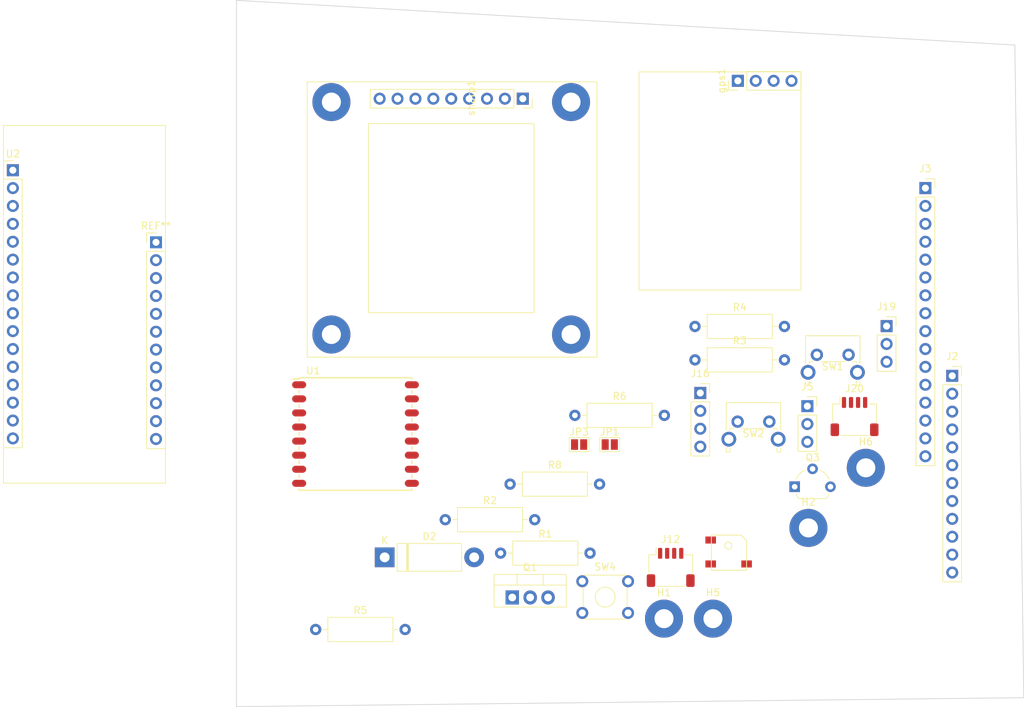
<source format=kicad_pcb>
(kicad_pcb (version 20171130) (host pcbnew 5.1.12-84ad8e8a86~92~ubuntu18.04.1)

  (general
    (thickness 1.6)
    (drawings 4)
    (tracks 0)
    (zones 0)
    (modules 31)
    (nets 20)
  )

  (page A4)
  (layers
    (0 F.Cu signal)
    (31 B.Cu signal)
    (32 B.Adhes user)
    (33 F.Adhes user)
    (34 B.Paste user)
    (35 F.Paste user)
    (36 B.SilkS user)
    (37 F.SilkS user)
    (38 B.Mask user)
    (39 F.Mask user)
    (40 Dwgs.User user)
    (41 Cmts.User user)
    (42 Eco1.User user)
    (43 Eco2.User user)
    (44 Edge.Cuts user)
    (45 Margin user)
    (46 B.CrtYd user)
    (47 F.CrtYd user)
    (48 B.Fab user hide)
    (49 F.Fab user hide)
  )

  (setup
    (last_trace_width 0.25)
    (user_trace_width 0.4)
    (user_trace_width 0.7)
    (trace_clearance 0.2)
    (zone_clearance 0.508)
    (zone_45_only no)
    (trace_min 0.2)
    (via_size 0.8)
    (via_drill 0.4)
    (via_min_size 0.4)
    (via_min_drill 0.3)
    (user_via 3 2)
    (uvia_size 0.3)
    (uvia_drill 0.1)
    (uvias_allowed no)
    (uvia_min_size 0.2)
    (uvia_min_drill 0.1)
    (edge_width 0.05)
    (segment_width 0.2)
    (pcb_text_width 0.3)
    (pcb_text_size 1.5 1.5)
    (mod_edge_width 0.12)
    (mod_text_size 1 1)
    (mod_text_width 0.15)
    (pad_size 1.524 1.524)
    (pad_drill 0.762)
    (pad_to_mask_clearance 0.05)
    (aux_axis_origin 0 0)
    (visible_elements FFFFF77F)
    (pcbplotparams
      (layerselection 0x010fc_ffffffff)
      (usegerberextensions false)
      (usegerberattributes true)
      (usegerberadvancedattributes true)
      (creategerberjobfile true)
      (excludeedgelayer true)
      (linewidth 0.100000)
      (plotframeref false)
      (viasonmask false)
      (mode 1)
      (useauxorigin false)
      (hpglpennumber 1)
      (hpglpenspeed 20)
      (hpglpendiameter 15.000000)
      (psnegative false)
      (psa4output false)
      (plotreference true)
      (plotvalue true)
      (plotinvisibletext false)
      (padsonsilk false)
      (subtractmaskfromsilk false)
      (outputformat 1)
      (mirror false)
      (drillshape 1)
      (scaleselection 1)
      (outputdirectory ""))
  )

  (net 0 "")
  (net 1 GND)
  (net 2 "Net-(D2-Pad2)")
  (net 3 +3V3)
  (net 4 SDA)
  (net 5 SCL)
  (net 6 D5)
  (net 7 D9)
  (net 8 EN)
  (net 9 ~RESET)
  (net 10 A0)
  (net 11 A3)
  (net 12 A4)
  (net 13 A5)
  (net 14 SCK)
  (net 15 MOSI)
  (net 16 DW)
  (net 17 POWER_1)
  (net 18 "Net-(J19-Pad2)")
  (net 19 "Net-(Q3-Pad2)")

  (net_class Default "This is the default net class."
    (clearance 0.2)
    (trace_width 0.25)
    (via_dia 0.8)
    (via_drill 0.4)
    (uvia_dia 0.3)
    (uvia_drill 0.1)
    (add_net +3V3)
    (add_net A0)
    (add_net A1)
    (add_net A2)
    (add_net A3)
    (add_net A4)
    (add_net A5)
    (add_net AREF)
    (add_net D10)
    (add_net D11)
    (add_net D12)
    (add_net D13)
    (add_net D5)
    (add_net D6)
    (add_net D9)
    (add_net DISP)
    (add_net DW)
    (add_net EIN)
    (add_net EMD)
    (add_net EN)
    (add_net GND)
    (add_net MISO)
    (add_net MOSI)
    (add_net "Net-(D2-Pad2)")
    (add_net "Net-(J19-Pad1)")
    (add_net "Net-(J19-Pad2)")
    (add_net "Net-(J5-Pad1)")
    (add_net "Net-(Q3-Pad2)")
    (add_net "Net-(U1-Pad1)")
    (add_net "Net-(U1-Pad10)")
    (add_net "Net-(U1-Pad11)")
    (add_net "Net-(U1-Pad12)")
    (add_net "Net-(U1-Pad13)")
    (add_net "Net-(U1-Pad14)")
    (add_net "Net-(U1-Pad15)")
    (add_net "Net-(U1-Pad16)")
    (add_net "Net-(U1-Pad2)")
    (add_net "Net-(U1-Pad3)")
    (add_net "Net-(U1-Pad4)")
    (add_net "Net-(U1-Pad5)")
    (add_net "Net-(U1-Pad6)")
    (add_net "Net-(U1-Pad7)")
    (add_net "Net-(U1-Pad8)")
    (add_net "Net-(U1-Pad9)")
    (add_net "Net-(U2-Pad1)")
    (add_net "Net-(U2-Pad10)")
    (add_net "Net-(U2-Pad11)")
    (add_net "Net-(U2-Pad12)")
    (add_net "Net-(U2-Pad13)")
    (add_net "Net-(U2-Pad14)")
    (add_net "Net-(U2-Pad15)")
    (add_net "Net-(U2-Pad16)")
    (add_net "Net-(U2-Pad17)")
    (add_net "Net-(U2-Pad18)")
    (add_net "Net-(U2-Pad19)")
    (add_net "Net-(U2-Pad2)")
    (add_net "Net-(U2-Pad20)")
    (add_net "Net-(U2-Pad21)")
    (add_net "Net-(U2-Pad22)")
    (add_net "Net-(U2-Pad23)")
    (add_net "Net-(U2-Pad24)")
    (add_net "Net-(U2-Pad25)")
    (add_net "Net-(U2-Pad26)")
    (add_net "Net-(U2-Pad27)")
    (add_net "Net-(U2-Pad28)")
    (add_net "Net-(U2-Pad3)")
    (add_net "Net-(U2-Pad4)")
    (add_net "Net-(U2-Pad5)")
    (add_net "Net-(U2-Pad6)")
    (add_net "Net-(U2-Pad7)")
    (add_net "Net-(U2-Pad8)")
    (add_net "Net-(U2-Pad9)")
    (add_net "Net-(gps1-Pad1)")
    (add_net "Net-(gps1-Pad2)")
    (add_net "Net-(gps1-Pad3)")
    (add_net "Net-(gps1-Pad4)")
    (add_net "Net-(sharp1-Pad2)")
    (add_net POWER_1)
    (add_net RX_D0)
    (add_net SCK)
    (add_net SCL)
    (add_net SDA)
    (add_net TX_D1)
    (add_net VBAT)
    (add_net VBUS)
    (add_net ~RESET)
  )

  (module footprints:feather (layer F.Cu) (tedit 61D26A72) (tstamp 61D2F813)
    (at 8.89 45.72)
    (descr "Through hole straight pin header, 1x16, 2.54mm pitch, single row")
    (tags "Through hole pin header THT 1x16 2.54mm single row")
    (path /61D308E3)
    (fp_text reference U2 (at 0 -2.33) (layer F.SilkS)
      (effects (font (size 1 1) (thickness 0.15)))
    )
    (fp_text value feather (at 0 40.43) (layer F.Fab)
      (effects (font (size 1 1) (thickness 0.15)))
    )
    (fp_text user REF** (at 20.32 7.91) (layer F.SilkS)
      (effects (font (size 1 1) (thickness 0.15)))
    )
    (fp_text user %R (at 20.32 29.29 90) (layer F.Fab)
      (effects (font (size 1 1) (thickness 0.15)))
    )
    (fp_text user %R (at 0 19.05 90) (layer F.Fab)
      (effects (font (size 1 1) (thickness 0.15)))
    )
    (fp_line (start -1.33 44.45) (end 21.66 44.45) (layer F.SilkS) (width 0.12))
    (fp_line (start 21.66 -6.35) (end -1.33 -6.35) (layer F.SilkS) (width 0.12))
    (fp_line (start 21.66 44.45) (end 21.66 -6.35) (layer F.SilkS) (width 0.12))
    (fp_line (start -1.33 44.45) (end -1.33 -6.35) (layer F.SilkS) (width 0.12))
    (fp_line (start 21.59 8.97) (end 21.59 39.55) (layer F.Fab) (width 0.1))
    (fp_line (start 21.6 39.55) (end 19.06 39.55) (layer F.Fab) (width 0.1))
    (fp_line (start 22.12 39.94) (end 22.12 8.44) (layer F.CrtYd) (width 0.05))
    (fp_line (start 18.99 39.56) (end 21.65 39.56) (layer F.SilkS) (width 0.12))
    (fp_line (start 22.12 8.44) (end 18.52 8.44) (layer F.CrtYd) (width 0.05))
    (fp_line (start 18.52 8.44) (end 18.52 39.94) (layer F.CrtYd) (width 0.05))
    (fp_line (start 18.99 8.91) (end 20.32 8.91) (layer F.SilkS) (width 0.12))
    (fp_line (start 18.52 39.94) (end 22.12 39.94) (layer F.CrtYd) (width 0.05))
    (fp_line (start 18.99 11.51) (end 21.65 11.51) (layer F.SilkS) (width 0.12))
    (fp_line (start 18.99 11.51) (end 18.99 39.56) (layer F.SilkS) (width 0.12))
    (fp_line (start 19.05 39.5) (end 19.05 9.605) (layer F.Fab) (width 0.1))
    (fp_line (start 19.05 9.605) (end 19.685 8.97) (layer F.Fab) (width 0.1))
    (fp_line (start 19.685 8.97) (end 21.59 8.97) (layer F.Fab) (width 0.1))
    (fp_line (start 21.65 11.51) (end 21.65 39.56) (layer F.SilkS) (width 0.12))
    (fp_line (start 18.99 10.24) (end 18.99 8.91) (layer F.SilkS) (width 0.12))
    (fp_line (start -0.635 -1.27) (end 1.27 -1.27) (layer F.Fab) (width 0.1))
    (fp_line (start 1.27 -1.27) (end 1.27 39.37) (layer F.Fab) (width 0.1))
    (fp_line (start 1.27 39.37) (end -1.27 39.37) (layer F.Fab) (width 0.1))
    (fp_line (start -1.27 39.37) (end -1.27 -0.635) (layer F.Fab) (width 0.1))
    (fp_line (start -1.27 -0.635) (end -0.635 -1.27) (layer F.Fab) (width 0.1))
    (fp_line (start -1.33 39.43) (end 1.33 39.43) (layer F.SilkS) (width 0.12))
    (fp_line (start 1.33 1.27) (end 1.33 39.43) (layer F.SilkS) (width 0.12))
    (fp_line (start -1.33 1.27) (end 1.33 1.27) (layer F.SilkS) (width 0.12))
    (fp_line (start -1.33 0) (end -1.33 -1.33) (layer F.SilkS) (width 0.12))
    (fp_line (start -1.33 -1.33) (end 0 -1.33) (layer F.SilkS) (width 0.12))
    (fp_line (start -1.8 -1.8) (end -1.8 39.9) (layer F.CrtYd) (width 0.05))
    (fp_line (start -1.8 39.9) (end 1.8 39.9) (layer F.CrtYd) (width 0.05))
    (fp_line (start 1.8 39.9) (end 1.8 -1.8) (layer F.CrtYd) (width 0.05))
    (fp_line (start 1.8 -1.8) (end -1.8 -1.8) (layer F.CrtYd) (width 0.05))
    (pad 3 thru_hole oval (at 20.32 15.32) (size 1.7 1.7) (drill 1) (layers *.Cu *.Mask))
    (pad 1 thru_hole rect (at 20.32 10.24) (size 1.7 1.7) (drill 1) (layers *.Cu *.Mask))
    (pad 8 thru_hole oval (at 20.32 28.02) (size 1.7 1.7) (drill 1) (layers *.Cu *.Mask))
    (pad 11 thru_hole oval (at 20.32 35.64) (size 1.7 1.7) (drill 1) (layers *.Cu *.Mask))
    (pad 2 thru_hole oval (at 20.32 12.78) (size 1.7 1.7) (drill 1) (layers *.Cu *.Mask))
    (pad 6 thru_hole oval (at 20.32 22.94) (size 1.7 1.7) (drill 1) (layers *.Cu *.Mask))
    (pad 7 thru_hole oval (at 20.32 25.48) (size 1.7 1.7) (drill 1) (layers *.Cu *.Mask))
    (pad 12 thru_hole oval (at 20.32 38.18) (size 1.7 1.7) (drill 1) (layers *.Cu *.Mask))
    (pad 9 thru_hole oval (at 20.32 30.56) (size 1.7 1.7) (drill 1) (layers *.Cu *.Mask))
    (pad 10 thru_hole oval (at 20.32 33.1) (size 1.7 1.7) (drill 1) (layers *.Cu *.Mask))
    (pad 4 thru_hole oval (at 20.32 17.86) (size 1.7 1.7) (drill 1) (layers *.Cu *.Mask))
    (pad 5 thru_hole oval (at 20.32 20.4) (size 1.7 1.7) (drill 1) (layers *.Cu *.Mask))
    (pad 13 thru_hole rect (at 0 0) (size 1.7 1.7) (drill 1) (layers *.Cu *.Mask))
    (pad 14 thru_hole oval (at 0 2.54) (size 1.7 1.7) (drill 1) (layers *.Cu *.Mask))
    (pad 15 thru_hole oval (at 0 5.08) (size 1.7 1.7) (drill 1) (layers *.Cu *.Mask))
    (pad 16 thru_hole oval (at 0 7.62) (size 1.7 1.7) (drill 1) (layers *.Cu *.Mask))
    (pad 17 thru_hole oval (at 0 10.16) (size 1.7 1.7) (drill 1) (layers *.Cu *.Mask))
    (pad 18 thru_hole oval (at 0 12.7) (size 1.7 1.7) (drill 1) (layers *.Cu *.Mask))
    (pad 19 thru_hole oval (at 0 15.24) (size 1.7 1.7) (drill 1) (layers *.Cu *.Mask))
    (pad 20 thru_hole oval (at 0 17.78) (size 1.7 1.7) (drill 1) (layers *.Cu *.Mask))
    (pad 21 thru_hole oval (at 0 20.32) (size 1.7 1.7) (drill 1) (layers *.Cu *.Mask))
    (pad 22 thru_hole oval (at 0 22.86) (size 1.7 1.7) (drill 1) (layers *.Cu *.Mask))
    (pad 23 thru_hole oval (at 0 25.4) (size 1.7 1.7) (drill 1) (layers *.Cu *.Mask))
    (pad 24 thru_hole oval (at 0 27.94) (size 1.7 1.7) (drill 1) (layers *.Cu *.Mask))
    (pad 25 thru_hole oval (at 0 30.48) (size 1.7 1.7) (drill 1) (layers *.Cu *.Mask))
    (pad 26 thru_hole oval (at 0 33.02) (size 1.7 1.7) (drill 1) (layers *.Cu *.Mask))
    (pad 27 thru_hole oval (at 0 35.56) (size 1.7 1.7) (drill 1) (layers *.Cu *.Mask))
    (pad 28 thru_hole oval (at 0 38.1) (size 1.7 1.7) (drill 1) (layers *.Cu *.Mask))
    (model ${KICAD6_3DMODEL_DIR}/Connector_PinHeader_2.54mm.3dshapes/PinHeader_1x16_P2.54mm_Vertical.wrl
      (at (xyz 0 0 0))
      (scale (xyz 1 1 1))
      (rotate (xyz 0 0 0))
    )
  )

  (module footprints:RFM95 (layer F.Cu) (tedit 585E5D4C) (tstamp 61D2C7F3)
    (at 49.53 76.2)
    (path /61D2BB57)
    (fp_text reference U1 (at 2 -2) (layer F.SilkS)
      (effects (font (size 1 1) (thickness 0.15)))
    )
    (fp_text value RFM95HW (at 13.5 -1.8) (layer F.Fab)
      (effects (font (size 1 1) (thickness 0.15)))
    )
    (fp_line (start 0 15) (end 0 14.8) (layer F.SilkS) (width 0.2))
    (fp_line (start 16 15) (end 0 15) (layer F.SilkS) (width 0.2))
    (fp_line (start 16 14.8) (end 16 15) (layer F.SilkS) (width 0.2))
    (fp_line (start 16 12.8) (end 16 13.2) (layer F.SilkS) (width 0.2))
    (fp_line (start 16 10.8) (end 16 11.2) (layer F.SilkS) (width 0.2))
    (fp_line (start 16 8.8) (end 16 9.2) (layer F.SilkS) (width 0.2))
    (fp_line (start 16 6.8) (end 16 7.2) (layer F.SilkS) (width 0.2))
    (fp_line (start 16 4.8) (end 16 5.2) (layer F.SilkS) (width 0.2))
    (fp_line (start 16 2.8) (end 16 3.2) (layer F.SilkS) (width 0.2))
    (fp_line (start 16 0.8) (end 16 1.2) (layer F.SilkS) (width 0.2))
    (fp_line (start 16 -1) (end 16 -0.8) (layer F.SilkS) (width 0.2))
    (fp_line (start 0 12.8) (end 0 13.2) (layer F.SilkS) (width 0.2))
    (fp_line (start 0 -0.8) (end 0 -1) (layer F.SilkS) (width 0.2))
    (fp_line (start -1 -0.8) (end 0 -0.8) (layer F.SilkS) (width 0.2))
    (fp_line (start 0 1.2) (end 0 0.8) (layer F.SilkS) (width 0.2))
    (fp_line (start 0 3.2) (end 0 2.8) (layer F.SilkS) (width 0.2))
    (fp_line (start 0 4.8) (end 0 5.2) (layer F.SilkS) (width 0.2))
    (fp_line (start 0 6.8) (end 0 7.2) (layer F.SilkS) (width 0.2))
    (fp_line (start 0 8.8) (end 0 9.2) (layer F.SilkS) (width 0.2))
    (fp_line (start 0 10.8) (end 0 11.2) (layer F.SilkS) (width 0.2))
    (fp_line (start 0 -1) (end 16 -1) (layer F.SilkS) (width 0.2))
    (pad 16 smd oval (at 16 0) (size 2 1) (layers F.Cu F.Paste F.Mask))
    (pad 15 smd oval (at 16 2) (size 2 1) (layers F.Cu F.Paste F.Mask))
    (pad 14 smd oval (at 16 4) (size 2 1) (layers F.Cu F.Paste F.Mask))
    (pad 13 smd oval (at 16 6) (size 2 1) (layers F.Cu F.Paste F.Mask))
    (pad 12 smd oval (at 16 8) (size 2 1) (layers F.Cu F.Paste F.Mask))
    (pad 11 smd oval (at 16 10) (size 2 1) (layers F.Cu F.Paste F.Mask))
    (pad 10 smd oval (at 16 12) (size 2 1) (layers F.Cu F.Paste F.Mask))
    (pad 9 smd oval (at 16 14) (size 2 1) (layers F.Cu F.Paste F.Mask))
    (pad 8 smd oval (at 0 14) (size 2 1) (layers F.Cu F.Paste F.Mask))
    (pad 7 smd oval (at 0 12) (size 2 1) (layers F.Cu F.Paste F.Mask))
    (pad 6 smd oval (at 0 10) (size 2 1) (layers F.Cu F.Paste F.Mask))
    (pad 5 smd oval (at 0 8) (size 2 1) (layers F.Cu F.Paste F.Mask))
    (pad 4 smd oval (at 0 6) (size 2 1) (layers F.Cu F.Paste F.Mask))
    (pad 3 smd oval (at 0 4) (size 2 1) (layers F.Cu F.Paste F.Mask))
    (pad 2 smd oval (at 0 2) (size 2 1) (layers F.Cu F.Paste F.Mask))
    (pad 1 smd oval (at 0 0) (size 2 1) (layers F.Cu F.Paste F.Mask))
  )

  (module footprints:gps_neo6_blue_0 (layer F.Cu) (tedit 61D25CCA) (tstamp 61D264C3)
    (at 97.79 31.75)
    (descr "Through hole straight pin header, 1x04, 2.54mm pitch, single row")
    (tags "Through hole pin header THT 1x04 2.54mm single row")
    (path /61CE8D8B)
    (fp_text reference gps1 (at 11.69 1.27 90) (layer F.SilkS)
      (effects (font (size 1 1) (thickness 0.15)))
    )
    (fp_text value Conn_01x04_Female (at 23.97 1.27 90) (layer F.Fab)
      (effects (font (size 1 1) (thickness 0.15)))
    )
    (fp_line (start 0 31) (end 23 31) (layer F.SilkS) (width 0.12))
    (fp_line (start 22.98 -0.07) (end 22.98 30.93) (layer F.SilkS) (width 0.12))
    (fp_line (start 0 0) (end 0 31) (layer F.SilkS) (width 0.12))
    (fp_line (start 0 0) (end 23 0) (layer F.SilkS) (width 0.12))
    (fp_line (start 12.22 -0.53) (end 12.22 3.07) (layer F.CrtYd) (width 0.05))
    (fp_line (start 23.42 -0.53) (end 12.22 -0.53) (layer F.CrtYd) (width 0.05))
    (fp_line (start 23.42 3.07) (end 23.42 -0.53) (layer F.CrtYd) (width 0.05))
    (fp_line (start 12.22 3.07) (end 23.42 3.07) (layer F.CrtYd) (width 0.05))
    (fp_line (start 12.69 2.6) (end 12.69 1.27) (layer F.SilkS) (width 0.12))
    (fp_line (start 14.02 2.6) (end 12.69 2.6) (layer F.SilkS) (width 0.12))
    (fp_line (start 15.29 2.6) (end 15.29 -0.06) (layer F.SilkS) (width 0.12))
    (fp_line (start 15.29 -0.06) (end 22.97 -0.06) (layer F.SilkS) (width 0.12))
    (fp_line (start 15.29 2.6) (end 22.97 2.6) (layer F.SilkS) (width 0.12))
    (fp_line (start 22.97 2.6) (end 22.97 -0.06) (layer F.SilkS) (width 0.12))
    (fp_line (start 13.385 2.54) (end 12.75 1.905) (layer F.Fab) (width 0.1))
    (fp_line (start 22.91 2.54) (end 13.385 2.54) (layer F.Fab) (width 0.1))
    (fp_line (start 22.91 0) (end 22.91 2.54) (layer F.Fab) (width 0.1))
    (fp_line (start 12.75 0) (end 22.91 0) (layer F.Fab) (width 0.1))
    (fp_line (start 12.75 1.905) (end 12.75 0) (layer F.Fab) (width 0.1))
    (fp_text user %R (at 17.83 1.27 180) (layer F.Fab)
      (effects (font (size 1 1) (thickness 0.15)))
    )
    (pad 1 thru_hole rect (at 14.02 1.27 90) (size 1.7 1.7) (drill 1) (layers *.Cu *.Mask))
    (pad 2 thru_hole oval (at 16.56 1.27 90) (size 1.7 1.7) (drill 1) (layers *.Cu *.Mask))
    (pad 3 thru_hole oval (at 19.1 1.27 90) (size 1.7 1.7) (drill 1) (layers *.Cu *.Mask))
    (pad 4 thru_hole oval (at 21.64 1.27 90) (size 1.7 1.7) (drill 1) (layers *.Cu *.Mask))
    (model ${KICAD6_3DMODEL_DIR}/Connector_PinHeader_2.54mm.3dshapes/PinHeader_1x04_P2.54mm_Vertical.wrl
      (at (xyz 0 0 0))
      (scale (xyz 1 1 1))
      (rotate (xyz 0 0 0))
    )
  )

  (module footprints:Display_adafruit_sharp_13 (layer F.Cu) (tedit 61D256AE) (tstamp 61CE26DE)
    (at 60.96 35.56)
    (descr "Through hole straight socket strip, 1x09, 2.54mm pitch, single row (from Kicad 4.0.7), script generated")
    (tags "Through hole socket strip THT 1x09 2.54mm single row")
    (path /61C52AE8)
    (fp_text reference sharp1 (at 12.97 -0.1 270) (layer F.SilkS)
      (effects (font (size 1 1) (thickness 0.15)))
    )
    (fp_text value Conn_01x09_Female (at -12.89 -0.1 270) (layer F.Fab)
      (effects (font (size 1 1) (thickness 0.15)))
    )
    (fp_line (start 21.91 3.54) (end 21.91 30.39) (layer F.SilkS) (width 0.12))
    (fp_line (start 30.84 36.716) (end -10.28 36.716) (layer F.SilkS) (width 0.12))
    (fp_line (start -10.28 -2.4) (end 30.84 -2.4) (layer F.SilkS) (width 0.12))
    (fp_line (start 30.84 -2.4) (end 30.84 36.716) (layer F.SilkS) (width 0.12))
    (fp_line (start -1.59 30.39) (end 21.91 30.39) (layer F.SilkS) (width 0.12))
    (fp_line (start -1.59 3.54) (end 21.91 3.54) (layer F.SilkS) (width 0.12))
    (fp_line (start -10.28 -2.4) (end -10.28 36.716) (layer F.SilkS) (width 0.12))
    (fp_line (start -1.59 3.54) (end -1.59 30.39) (layer F.SilkS) (width 0.12))
    (fp_line (start -1.78 -1.8) (end 22.12 -1.8) (layer F.CrtYd) (width 0.05))
    (fp_line (start -1.78 1.75) (end -1.78 -1.8) (layer F.CrtYd) (width 0.05))
    (fp_line (start 22.12 1.75) (end -1.78 1.75) (layer F.CrtYd) (width 0.05))
    (fp_line (start 22.12 -1.8) (end 22.12 1.75) (layer F.CrtYd) (width 0.05))
    (fp_line (start 21.65 0) (end 21.65 1.33) (layer F.SilkS) (width 0.12))
    (fp_line (start 21.65 1.33) (end 20.32 1.33) (layer F.SilkS) (width 0.12))
    (fp_line (start 19.05 1.33) (end -1.33 1.33) (layer F.SilkS) (width 0.12))
    (fp_line (start -1.33 -1.33) (end -1.33 1.33) (layer F.SilkS) (width 0.12))
    (fp_line (start 19.05 -1.33) (end -1.33 -1.33) (layer F.SilkS) (width 0.12))
    (fp_line (start 19.05 -1.33) (end 19.05 1.33) (layer F.SilkS) (width 0.12))
    (fp_line (start -1.27 -1.27) (end 21.59 -1.27) (layer F.Fab) (width 0.1))
    (fp_line (start -1.27 1.27) (end -1.27 -1.27) (layer F.Fab) (width 0.1))
    (fp_line (start 20.955 1.27) (end -1.27 1.27) (layer F.Fab) (width 0.1))
    (fp_line (start 21.59 0.635) (end 20.955 1.27) (layer F.Fab) (width 0.1))
    (fp_line (start 21.59 -1.27) (end 21.59 0.635) (layer F.Fab) (width 0.1))
    (fp_text user %R (at 0.04 -0.1) (layer F.Fab)
      (effects (font (size 1 1) (thickness 0.15)))
    )
    (pad "" np_thru_hole circle (at 27.17 33.5) (size 5.4 5.4) (drill 2.7) (layers *.Cu *.Mask))
    (pad "" np_thru_hole circle (at -6.85 33.5) (size 5.4 5.4) (drill 2.7) (layers *.Cu *.Mask))
    (pad "" np_thru_hole circle (at 27.17 0.48) (size 5.4 5.4) (drill 2.7) (layers *.Cu *.Mask))
    (pad "" np_thru_hole circle (at -6.85 0.48) (size 5.4 5.4) (drill 2.7) (layers *.Cu *.Mask))
    (pad 1 thru_hole rect (at 20.32 0 270) (size 1.7 1.7) (drill 1) (layers *.Cu *.Mask)
      (net 3 +3V3))
    (pad 2 thru_hole oval (at 17.78 0 270) (size 1.7 1.7) (drill 1) (layers *.Cu *.Mask))
    (pad 3 thru_hole oval (at 15.24 0 270) (size 1.7 1.7) (drill 1) (layers *.Cu *.Mask)
      (net 1 GND))
    (pad 4 thru_hole oval (at 12.7 0 270) (size 1.7 1.7) (drill 1) (layers *.Cu *.Mask)
      (net 14 SCK))
    (pad 5 thru_hole oval (at 10.16 0 270) (size 1.7 1.7) (drill 1) (layers *.Cu *.Mask)
      (net 15 MOSI))
    (pad 6 thru_hole oval (at 7.62 0 270) (size 1.7 1.7) (drill 1) (layers *.Cu *.Mask)
      (net 6 D5))
    (pad 7 thru_hole oval (at 5.08 0 270) (size 1.7 1.7) (drill 1) (layers *.Cu *.Mask))
    (pad 8 thru_hole oval (at 2.54 0 270) (size 1.7 1.7) (drill 1) (layers *.Cu *.Mask))
    (pad 9 thru_hole oval (at 0 0 270) (size 1.7 1.7) (drill 1) (layers *.Cu *.Mask))
    (model ${KICAD6_3DMODEL_DIR}/Connector_PinSocket_2.54mm.3dshapes/PinSocket_1x09_P2.54mm_Vertical.wrl
      (at (xyz 0 0 0))
      (scale (xyz 1 1 1))
      (rotate (xyz 0 0 0))
    )
  )

  (module Button_Switch_THT:SW_TH_Tactile_Omron_B3F-10xx (layer F.Cu) (tedit 5D84F0EF) (tstamp 61CE289D)
    (at 89.725001 104.115001)
    (descr SW_TH_Tactile_Omron_B3F-10xx_https://www.omron.com/ecb/products/pdf/en-b3f.pdf)
    (tags "Omron B3F-10xx")
    (path /61BD3A38)
    (fp_text reference SW4 (at 3.25 -2.05) (layer F.SilkS)
      (effects (font (size 1 1) (thickness 0.15)))
    )
    (fp_text value SW_Push_Dual (at 3.2 6.5) (layer F.Fab)
      (effects (font (size 1 1) (thickness 0.15)))
    )
    (fp_line (start -1.1 -1.1) (end 7.6 -1.1) (layer F.CrtYd) (width 0.05))
    (fp_line (start 0.25 5.25) (end 6.25 5.25) (layer F.Fab) (width 0.1))
    (fp_line (start 6.37 0.91) (end 6.37 3.59) (layer F.SilkS) (width 0.12))
    (fp_line (start 0.13 3.59) (end 0.13 0.91) (layer F.SilkS) (width 0.12))
    (fp_line (start 0.28 -0.87) (end 6.22 -0.87) (layer F.SilkS) (width 0.12))
    (fp_line (start 0.28 5.37) (end 6.22 5.37) (layer F.SilkS) (width 0.12))
    (fp_circle (center 3.25 2.25) (end 4.25 3.25) (layer F.SilkS) (width 0.12))
    (fp_line (start -1.1 -1.1) (end -1.1 5.6) (layer F.CrtYd) (width 0.05))
    (fp_line (start -1.1 5.6) (end 7.6 5.6) (layer F.CrtYd) (width 0.05))
    (fp_line (start 7.6 5.6) (end 7.6 -1.1) (layer F.CrtYd) (width 0.05))
    (fp_line (start 0.25 -0.75) (end 6.25 -0.75) (layer F.Fab) (width 0.1))
    (fp_line (start 6.25 -0.75) (end 6.25 5.25) (layer F.Fab) (width 0.1))
    (fp_line (start 0.25 -0.75) (end 0.25 5.25) (layer F.Fab) (width 0.1))
    (fp_text user %R (at 3.25 2.25) (layer F.Fab)
      (effects (font (size 1 1) (thickness 0.15)))
    )
    (pad 1 thru_hole circle (at 0 0) (size 1.7 1.7) (drill 1) (layers *.Cu *.Mask)
      (net 9 ~RESET))
    (pad 2 thru_hole circle (at 6.5 0) (size 1.7 1.7) (drill 1) (layers *.Cu *.Mask)
      (net 9 ~RESET))
    (pad 3 thru_hole circle (at 0 4.5) (size 1.7 1.7) (drill 1) (layers *.Cu *.Mask)
      (net 1 GND))
    (pad 4 thru_hole circle (at 6.5 4.5) (size 1.7 1.7) (drill 1) (layers *.Cu *.Mask)
      (net 1 GND))
    (model ${KISYS3DMOD}/Button_Switch_THT.3dshapes/SW_TH_Tactile_Omron_B3F-10xx.wrl
      (at (xyz 0 0 0))
      (scale (xyz 1 1 1))
      (rotate (xyz 0 0 0))
    )
  )

  (module Button_Switch_THT:SW_Tactile_SPST_Angled_PTS645Vx58-2LFS (layer F.Cu) (tedit 5A02FE31) (tstamp 61CE2887)
    (at 111.775001 81.440001)
    (descr "tactile switch SPST right angle, PTS645VL58-2 LFS")
    (tags "tactile switch SPST angled PTS645VL58-2 LFS C&K Button")
    (path /612CCB02)
    (fp_text reference SW2 (at 2.25 1.68) (layer F.SilkS)
      (effects (font (size 1 1) (thickness 0.15)))
    )
    (fp_text value SW_Push (at 2.25 5.38988) (layer F.Fab)
      (effects (font (size 1 1) (thickness 0.15)))
    )
    (fp_line (start 0.55 0.97) (end 3.95 0.97) (layer F.SilkS) (width 0.12))
    (fp_line (start -1.09 0.97) (end -0.55 0.97) (layer F.SilkS) (width 0.12))
    (fp_line (start 6.11 3.8) (end 6.11 4.31) (layer F.SilkS) (width 0.12))
    (fp_line (start 5.59 4.31) (end 6.11 4.31) (layer F.SilkS) (width 0.12))
    (fp_line (start 5.59 3.8) (end 5.59 4.31) (layer F.SilkS) (width 0.12))
    (fp_line (start 5.05 0.97) (end 5.59 0.97) (layer F.SilkS) (width 0.12))
    (fp_line (start -1.61 3.8) (end -1.61 4.31) (layer F.SilkS) (width 0.12))
    (fp_line (start -1.09 3.8) (end -1.09 4.31) (layer F.SilkS) (width 0.12))
    (fp_line (start 5.59 0.97) (end 5.59 1.2) (layer F.SilkS) (width 0.12))
    (fp_line (start -1.2 4.2) (end -1.2 0.86) (layer F.Fab) (width 0.1))
    (fp_line (start 5.7 4.2) (end 6 4.2) (layer F.Fab) (width 0.1))
    (fp_line (start -1.5 4.2) (end -1.5 -2.59) (layer F.Fab) (width 0.1))
    (fp_line (start -1.5 -2.59) (end 6 -2.59) (layer F.Fab) (width 0.1))
    (fp_line (start -1.61 -2.7) (end -1.61 1.2) (layer F.SilkS) (width 0.12))
    (fp_line (start -1.61 4.31) (end -1.09 4.31) (layer F.SilkS) (width 0.12))
    (fp_line (start 6.11 -2.7) (end 6.11 1.2) (layer F.SilkS) (width 0.12))
    (fp_line (start -1.61 -2.7) (end 6.11 -2.7) (layer F.SilkS) (width 0.12))
    (fp_line (start -2.5 4.45) (end -2.5 -2.8) (layer F.CrtYd) (width 0.05))
    (fp_line (start 7.05 4.45) (end -2.5 4.45) (layer F.CrtYd) (width 0.05))
    (fp_line (start 7.05 -2.8) (end 7.05 4.45) (layer F.CrtYd) (width 0.05))
    (fp_line (start -2.5 -2.8) (end 7.05 -2.8) (layer F.CrtYd) (width 0.05))
    (fp_line (start 6 4.2) (end 6 -2.59) (layer F.Fab) (width 0.1))
    (fp_line (start -1.2 0.86) (end 5.7 0.86) (layer F.Fab) (width 0.1))
    (fp_line (start -1.5 4.2) (end -1.2 4.2) (layer F.Fab) (width 0.1))
    (fp_line (start 5.7 4.2) (end 5.7 0.86) (layer F.Fab) (width 0.1))
    (fp_line (start -1.09 0.97) (end -1.09 1.2) (layer F.SilkS) (width 0.12))
    (fp_line (start 0.5 -5.85) (end 4 -5.85) (layer F.Fab) (width 0.1))
    (fp_line (start 4 -5.85) (end 4 -2.59) (layer F.Fab) (width 0.1))
    (fp_line (start 0.5 -5.85) (end 0.5 -2.59) (layer F.Fab) (width 0.1))
    (fp_text user %R (at 2.25 1.68) (layer F.Fab)
      (effects (font (size 1 1) (thickness 0.15)))
    )
    (pad "" thru_hole circle (at -1.25 2.49) (size 2.1 2.1) (drill 1.3) (layers *.Cu *.Mask))
    (pad 1 thru_hole circle (at 0 0) (size 1.75 1.75) (drill 0.99) (layers *.Cu *.Mask)
      (net 13 A5))
    (pad 2 thru_hole circle (at 4.5 0) (size 1.75 1.75) (drill 0.99) (layers *.Cu *.Mask)
      (net 1 GND))
    (pad "" thru_hole circle (at 5.76 2.49) (size 2.1 2.1) (drill 1.3) (layers *.Cu *.Mask))
    (model ${KISYS3DMOD}/Button_Switch_THT.3dshapes/SW_Tactile_SPST_Angled_PTS645Vx58-2LFS.wrl
      (at (xyz 0 0 0))
      (scale (xyz 1 1 1))
      (rotate (xyz 0 0 0))
    )
  )

  (module Button_Switch_THT:SW_Tactile_SPST_Angled_PTS645Vx58-2LFS (layer F.Cu) (tedit 5A02FE31) (tstamp 61CE2861)
    (at 123.025001 71.940001)
    (descr "tactile switch SPST right angle, PTS645VL58-2 LFS")
    (tags "tactile switch SPST angled PTS645VL58-2 LFS C&K Button")
    (path /612C3561)
    (fp_text reference SW1 (at 2.25 1.68) (layer F.SilkS)
      (effects (font (size 1 1) (thickness 0.15)))
    )
    (fp_text value SW_Push (at 2.25 5.38988) (layer F.Fab)
      (effects (font (size 1 1) (thickness 0.15)))
    )
    (fp_line (start 0.55 0.97) (end 3.95 0.97) (layer F.SilkS) (width 0.12))
    (fp_line (start -1.09 0.97) (end -0.55 0.97) (layer F.SilkS) (width 0.12))
    (fp_line (start 6.11 3.8) (end 6.11 4.31) (layer F.SilkS) (width 0.12))
    (fp_line (start 5.59 4.31) (end 6.11 4.31) (layer F.SilkS) (width 0.12))
    (fp_line (start 5.59 3.8) (end 5.59 4.31) (layer F.SilkS) (width 0.12))
    (fp_line (start 5.05 0.97) (end 5.59 0.97) (layer F.SilkS) (width 0.12))
    (fp_line (start -1.61 3.8) (end -1.61 4.31) (layer F.SilkS) (width 0.12))
    (fp_line (start -1.09 3.8) (end -1.09 4.31) (layer F.SilkS) (width 0.12))
    (fp_line (start 5.59 0.97) (end 5.59 1.2) (layer F.SilkS) (width 0.12))
    (fp_line (start -1.2 4.2) (end -1.2 0.86) (layer F.Fab) (width 0.1))
    (fp_line (start 5.7 4.2) (end 6 4.2) (layer F.Fab) (width 0.1))
    (fp_line (start -1.5 4.2) (end -1.5 -2.59) (layer F.Fab) (width 0.1))
    (fp_line (start -1.5 -2.59) (end 6 -2.59) (layer F.Fab) (width 0.1))
    (fp_line (start -1.61 -2.7) (end -1.61 1.2) (layer F.SilkS) (width 0.12))
    (fp_line (start -1.61 4.31) (end -1.09 4.31) (layer F.SilkS) (width 0.12))
    (fp_line (start 6.11 -2.7) (end 6.11 1.2) (layer F.SilkS) (width 0.12))
    (fp_line (start -1.61 -2.7) (end 6.11 -2.7) (layer F.SilkS) (width 0.12))
    (fp_line (start -2.5 4.45) (end -2.5 -2.8) (layer F.CrtYd) (width 0.05))
    (fp_line (start 7.05 4.45) (end -2.5 4.45) (layer F.CrtYd) (width 0.05))
    (fp_line (start 7.05 -2.8) (end 7.05 4.45) (layer F.CrtYd) (width 0.05))
    (fp_line (start -2.5 -2.8) (end 7.05 -2.8) (layer F.CrtYd) (width 0.05))
    (fp_line (start 6 4.2) (end 6 -2.59) (layer F.Fab) (width 0.1))
    (fp_line (start -1.2 0.86) (end 5.7 0.86) (layer F.Fab) (width 0.1))
    (fp_line (start -1.5 4.2) (end -1.2 4.2) (layer F.Fab) (width 0.1))
    (fp_line (start 5.7 4.2) (end 5.7 0.86) (layer F.Fab) (width 0.1))
    (fp_line (start -1.09 0.97) (end -1.09 1.2) (layer F.SilkS) (width 0.12))
    (fp_line (start 0.5 -5.85) (end 4 -5.85) (layer F.Fab) (width 0.1))
    (fp_line (start 4 -5.85) (end 4 -2.59) (layer F.Fab) (width 0.1))
    (fp_line (start 0.5 -5.85) (end 0.5 -2.59) (layer F.Fab) (width 0.1))
    (fp_text user %R (at 2.25 1.68) (layer F.Fab)
      (effects (font (size 1 1) (thickness 0.15)))
    )
    (pad "" thru_hole circle (at -1.25 2.49) (size 2.1 2.1) (drill 1.3) (layers *.Cu *.Mask))
    (pad 1 thru_hole circle (at 0 0) (size 1.75 1.75) (drill 0.99) (layers *.Cu *.Mask)
      (net 12 A4))
    (pad 2 thru_hole circle (at 4.5 0) (size 1.75 1.75) (drill 0.99) (layers *.Cu *.Mask)
      (net 1 GND))
    (pad "" thru_hole circle (at 5.76 2.49) (size 2.1 2.1) (drill 1.3) (layers *.Cu *.Mask))
    (model ${KISYS3DMOD}/Button_Switch_THT.3dshapes/SW_Tactile_SPST_Angled_PTS645Vx58-2LFS.wrl
      (at (xyz 0 0 0))
      (scale (xyz 1 1 1))
      (rotate (xyz 0 0 0))
    )
  )

  (module "Adafruit Circuit Playground:BUZZER_SMT_5MM" (layer F.Cu) (tedit 0) (tstamp 61CE283B)
    (at 110.55 100.053501)
    (path /61C8B808)
    (fp_text reference SP1 (at 0 0) (layer F.SilkS) hide
      (effects (font (size 1.27 1.27) (thickness 0.15)))
    )
    (fp_text value SPEAKER_BUZZER5MM (at 0 0) (layer F.SilkS) hide
      (effects (font (size 1.27 1.27) (thickness 0.15)))
    )
    (fp_circle (center -0.1 -1) (end 0.4 -1) (layer F.SilkS) (width 0.127))
    (fp_line (start -2.5 2.5) (end -2.5 -2.5) (layer F.SilkS) (width 0.127))
    (fp_line (start 2.5 2.5) (end -2.5 2.5) (layer F.SilkS) (width 0.127))
    (fp_line (start 2.5 -1.7) (end 2.5 2.5) (layer F.SilkS) (width 0.127))
    (fp_line (start 1.7 -2.5) (end 2.5 -1.7) (layer F.SilkS) (width 0.127))
    (fp_line (start -2.5 -2.5) (end 1.7 -2.5) (layer F.SilkS) (width 0.127))
    (pad MT smd rect (at -2.6 -1.8 90) (size 1 1.5) (layers F.Cu F.Paste F.Mask)
      (solder_mask_margin 0.0508))
    (pad - smd rect (at 2.5 1.6 90) (size 1 1.5) (layers F.Cu F.Paste F.Mask)
      (net 3 +3V3) (solder_mask_margin 0.0508))
    (pad + smd rect (at -2.6 1.6 90) (size 1 1.5) (layers F.Cu F.Paste F.Mask)
      (net 2 "Net-(D2-Pad2)") (solder_mask_margin 0.0508))
  )

  (module Resistor_THT:R_Axial_DIN0309_L9.0mm_D3.2mm_P12.70mm_Horizontal (layer F.Cu) (tedit 5AE5139B) (tstamp 61CE282E)
    (at 79.475001 90.315001)
    (descr "Resistor, Axial_DIN0309 series, Axial, Horizontal, pin pitch=12.7mm, 0.5W = 1/2W, length*diameter=9*3.2mm^2, http://cdn-reichelt.de/documents/datenblatt/B400/1_4W%23YAG.pdf")
    (tags "Resistor Axial_DIN0309 series Axial Horizontal pin pitch 12.7mm 0.5W = 1/2W length 9mm diameter 3.2mm")
    (path /61C856E2)
    (fp_text reference R8 (at 6.35 -2.72) (layer F.SilkS)
      (effects (font (size 1 1) (thickness 0.15)))
    )
    (fp_text value R (at 6.35 2.72) (layer F.Fab)
      (effects (font (size 1 1) (thickness 0.15)))
    )
    (fp_line (start 13.75 -1.85) (end -1.05 -1.85) (layer F.CrtYd) (width 0.05))
    (fp_line (start 13.75 1.85) (end 13.75 -1.85) (layer F.CrtYd) (width 0.05))
    (fp_line (start -1.05 1.85) (end 13.75 1.85) (layer F.CrtYd) (width 0.05))
    (fp_line (start -1.05 -1.85) (end -1.05 1.85) (layer F.CrtYd) (width 0.05))
    (fp_line (start 11.66 0) (end 10.97 0) (layer F.SilkS) (width 0.12))
    (fp_line (start 1.04 0) (end 1.73 0) (layer F.SilkS) (width 0.12))
    (fp_line (start 10.97 -1.72) (end 1.73 -1.72) (layer F.SilkS) (width 0.12))
    (fp_line (start 10.97 1.72) (end 10.97 -1.72) (layer F.SilkS) (width 0.12))
    (fp_line (start 1.73 1.72) (end 10.97 1.72) (layer F.SilkS) (width 0.12))
    (fp_line (start 1.73 -1.72) (end 1.73 1.72) (layer F.SilkS) (width 0.12))
    (fp_line (start 12.7 0) (end 10.85 0) (layer F.Fab) (width 0.1))
    (fp_line (start 0 0) (end 1.85 0) (layer F.Fab) (width 0.1))
    (fp_line (start 10.85 -1.6) (end 1.85 -1.6) (layer F.Fab) (width 0.1))
    (fp_line (start 10.85 1.6) (end 10.85 -1.6) (layer F.Fab) (width 0.1))
    (fp_line (start 1.85 1.6) (end 10.85 1.6) (layer F.Fab) (width 0.1))
    (fp_line (start 1.85 -1.6) (end 1.85 1.6) (layer F.Fab) (width 0.1))
    (fp_text user %R (at 6.35 0) (layer F.Fab)
      (effects (font (size 1 1) (thickness 0.15)))
    )
    (pad 2 thru_hole oval (at 12.7 0) (size 1.6 1.6) (drill 0.8) (layers *.Cu *.Mask)
      (net 10 A0))
    (pad 1 thru_hole circle (at 0 0) (size 1.6 1.6) (drill 0.8) (layers *.Cu *.Mask)
      (net 19 "Net-(Q3-Pad2)"))
    (model ${KISYS3DMOD}/Resistor_THT.3dshapes/R_Axial_DIN0309_L9.0mm_D3.2mm_P12.70mm_Horizontal.wrl
      (at (xyz 0 0 0))
      (scale (xyz 1 1 1))
      (rotate (xyz 0 0 0))
    )
  )

  (module Resistor_THT:R_Axial_DIN0309_L9.0mm_D3.2mm_P12.70mm_Horizontal (layer F.Cu) (tedit 5AE5139B) (tstamp 61CE2817)
    (at 88.675001 80.545001)
    (descr "Resistor, Axial_DIN0309 series, Axial, Horizontal, pin pitch=12.7mm, 0.5W = 1/2W, length*diameter=9*3.2mm^2, http://cdn-reichelt.de/documents/datenblatt/B400/1_4W%23YAG.pdf")
    (tags "Resistor Axial_DIN0309 series Axial Horizontal pin pitch 12.7mm 0.5W = 1/2W length 9mm diameter 3.2mm")
    (path /61C43F0B)
    (fp_text reference R6 (at 6.35 -2.72) (layer F.SilkS)
      (effects (font (size 1 1) (thickness 0.15)))
    )
    (fp_text value 10K (at 6.35 2.72) (layer F.Fab)
      (effects (font (size 1 1) (thickness 0.15)))
    )
    (fp_line (start 13.75 -1.85) (end -1.05 -1.85) (layer F.CrtYd) (width 0.05))
    (fp_line (start 13.75 1.85) (end 13.75 -1.85) (layer F.CrtYd) (width 0.05))
    (fp_line (start -1.05 1.85) (end 13.75 1.85) (layer F.CrtYd) (width 0.05))
    (fp_line (start -1.05 -1.85) (end -1.05 1.85) (layer F.CrtYd) (width 0.05))
    (fp_line (start 11.66 0) (end 10.97 0) (layer F.SilkS) (width 0.12))
    (fp_line (start 1.04 0) (end 1.73 0) (layer F.SilkS) (width 0.12))
    (fp_line (start 10.97 -1.72) (end 1.73 -1.72) (layer F.SilkS) (width 0.12))
    (fp_line (start 10.97 1.72) (end 10.97 -1.72) (layer F.SilkS) (width 0.12))
    (fp_line (start 1.73 1.72) (end 10.97 1.72) (layer F.SilkS) (width 0.12))
    (fp_line (start 1.73 -1.72) (end 1.73 1.72) (layer F.SilkS) (width 0.12))
    (fp_line (start 12.7 0) (end 10.85 0) (layer F.Fab) (width 0.1))
    (fp_line (start 0 0) (end 1.85 0) (layer F.Fab) (width 0.1))
    (fp_line (start 10.85 -1.6) (end 1.85 -1.6) (layer F.Fab) (width 0.1))
    (fp_line (start 10.85 1.6) (end 10.85 -1.6) (layer F.Fab) (width 0.1))
    (fp_line (start 1.85 1.6) (end 10.85 1.6) (layer F.Fab) (width 0.1))
    (fp_line (start 1.85 -1.6) (end 1.85 1.6) (layer F.Fab) (width 0.1))
    (fp_text user %R (at 6.35 0) (layer F.Fab)
      (effects (font (size 1 1) (thickness 0.15)))
    )
    (pad 2 thru_hole oval (at 12.7 0) (size 1.6 1.6) (drill 0.8) (layers *.Cu *.Mask)
      (net 1 GND))
    (pad 1 thru_hole circle (at 0 0) (size 1.6 1.6) (drill 0.8) (layers *.Cu *.Mask)
      (net 7 D9))
    (model ${KISYS3DMOD}/Resistor_THT.3dshapes/R_Axial_DIN0309_L9.0mm_D3.2mm_P12.70mm_Horizontal.wrl
      (at (xyz 0 0 0))
      (scale (xyz 1 1 1))
      (rotate (xyz 0 0 0))
    )
  )

  (module Resistor_THT:R_Axial_DIN0309_L9.0mm_D3.2mm_P12.70mm_Horizontal (layer F.Cu) (tedit 5AE5139B) (tstamp 61CE2800)
    (at 51.875001 110.965001)
    (descr "Resistor, Axial_DIN0309 series, Axial, Horizontal, pin pitch=12.7mm, 0.5W = 1/2W, length*diameter=9*3.2mm^2, http://cdn-reichelt.de/documents/datenblatt/B400/1_4W%23YAG.pdf")
    (tags "Resistor Axial_DIN0309 series Axial Horizontal pin pitch 12.7mm 0.5W = 1/2W length 9mm diameter 3.2mm")
    (path /6193A6F6)
    (fp_text reference R5 (at 6.35 -2.72) (layer F.SilkS)
      (effects (font (size 1 1) (thickness 0.15)))
    )
    (fp_text value R (at 6.35 2.72) (layer F.Fab)
      (effects (font (size 1 1) (thickness 0.15)))
    )
    (fp_line (start 13.75 -1.85) (end -1.05 -1.85) (layer F.CrtYd) (width 0.05))
    (fp_line (start 13.75 1.85) (end 13.75 -1.85) (layer F.CrtYd) (width 0.05))
    (fp_line (start -1.05 1.85) (end 13.75 1.85) (layer F.CrtYd) (width 0.05))
    (fp_line (start -1.05 -1.85) (end -1.05 1.85) (layer F.CrtYd) (width 0.05))
    (fp_line (start 11.66 0) (end 10.97 0) (layer F.SilkS) (width 0.12))
    (fp_line (start 1.04 0) (end 1.73 0) (layer F.SilkS) (width 0.12))
    (fp_line (start 10.97 -1.72) (end 1.73 -1.72) (layer F.SilkS) (width 0.12))
    (fp_line (start 10.97 1.72) (end 10.97 -1.72) (layer F.SilkS) (width 0.12))
    (fp_line (start 1.73 1.72) (end 10.97 1.72) (layer F.SilkS) (width 0.12))
    (fp_line (start 1.73 -1.72) (end 1.73 1.72) (layer F.SilkS) (width 0.12))
    (fp_line (start 12.7 0) (end 10.85 0) (layer F.Fab) (width 0.1))
    (fp_line (start 0 0) (end 1.85 0) (layer F.Fab) (width 0.1))
    (fp_line (start 10.85 -1.6) (end 1.85 -1.6) (layer F.Fab) (width 0.1))
    (fp_line (start 10.85 1.6) (end 10.85 -1.6) (layer F.Fab) (width 0.1))
    (fp_line (start 1.85 1.6) (end 10.85 1.6) (layer F.Fab) (width 0.1))
    (fp_line (start 1.85 -1.6) (end 1.85 1.6) (layer F.Fab) (width 0.1))
    (fp_text user %R (at 6.35 0) (layer F.Fab)
      (effects (font (size 1 1) (thickness 0.15)))
    )
    (pad 2 thru_hole oval (at 12.7 0) (size 1.6 1.6) (drill 0.8) (layers *.Cu *.Mask)
      (net 1 GND))
    (pad 1 thru_hole circle (at 0 0) (size 1.6 1.6) (drill 0.8) (layers *.Cu *.Mask)
      (net 18 "Net-(J19-Pad2)"))
    (model ${KISYS3DMOD}/Resistor_THT.3dshapes/R_Axial_DIN0309_L9.0mm_D3.2mm_P12.70mm_Horizontal.wrl
      (at (xyz 0 0 0))
      (scale (xyz 1 1 1))
      (rotate (xyz 0 0 0))
    )
  )

  (module Resistor_THT:R_Axial_DIN0309_L9.0mm_D3.2mm_P12.70mm_Horizontal (layer F.Cu) (tedit 5AE5139B) (tstamp 61CE27E9)
    (at 105.725001 67.915001)
    (descr "Resistor, Axial_DIN0309 series, Axial, Horizontal, pin pitch=12.7mm, 0.5W = 1/2W, length*diameter=9*3.2mm^2, http://cdn-reichelt.de/documents/datenblatt/B400/1_4W%23YAG.pdf")
    (tags "Resistor Axial_DIN0309 series Axial Horizontal pin pitch 12.7mm 0.5W = 1/2W length 9mm diameter 3.2mm")
    (path /60FBA6C0)
    (fp_text reference R4 (at 6.35 -2.72) (layer F.SilkS)
      (effects (font (size 1 1) (thickness 0.15)))
    )
    (fp_text value 4.7K (at 6.35 2.72) (layer F.Fab)
      (effects (font (size 1 1) (thickness 0.15)))
    )
    (fp_line (start 13.75 -1.85) (end -1.05 -1.85) (layer F.CrtYd) (width 0.05))
    (fp_line (start 13.75 1.85) (end 13.75 -1.85) (layer F.CrtYd) (width 0.05))
    (fp_line (start -1.05 1.85) (end 13.75 1.85) (layer F.CrtYd) (width 0.05))
    (fp_line (start -1.05 -1.85) (end -1.05 1.85) (layer F.CrtYd) (width 0.05))
    (fp_line (start 11.66 0) (end 10.97 0) (layer F.SilkS) (width 0.12))
    (fp_line (start 1.04 0) (end 1.73 0) (layer F.SilkS) (width 0.12))
    (fp_line (start 10.97 -1.72) (end 1.73 -1.72) (layer F.SilkS) (width 0.12))
    (fp_line (start 10.97 1.72) (end 10.97 -1.72) (layer F.SilkS) (width 0.12))
    (fp_line (start 1.73 1.72) (end 10.97 1.72) (layer F.SilkS) (width 0.12))
    (fp_line (start 1.73 -1.72) (end 1.73 1.72) (layer F.SilkS) (width 0.12))
    (fp_line (start 12.7 0) (end 10.85 0) (layer F.Fab) (width 0.1))
    (fp_line (start 0 0) (end 1.85 0) (layer F.Fab) (width 0.1))
    (fp_line (start 10.85 -1.6) (end 1.85 -1.6) (layer F.Fab) (width 0.1))
    (fp_line (start 10.85 1.6) (end 10.85 -1.6) (layer F.Fab) (width 0.1))
    (fp_line (start 1.85 1.6) (end 10.85 1.6) (layer F.Fab) (width 0.1))
    (fp_line (start 1.85 -1.6) (end 1.85 1.6) (layer F.Fab) (width 0.1))
    (fp_text user %R (at 6.35 0) (layer F.Fab)
      (effects (font (size 1 1) (thickness 0.15)))
    )
    (pad 2 thru_hole oval (at 12.7 0) (size 1.6 1.6) (drill 0.8) (layers *.Cu *.Mask)
      (net 12 A4))
    (pad 1 thru_hole circle (at 0 0) (size 1.6 1.6) (drill 0.8) (layers *.Cu *.Mask)
      (net 3 +3V3))
    (model ${KISYS3DMOD}/Resistor_THT.3dshapes/R_Axial_DIN0309_L9.0mm_D3.2mm_P12.70mm_Horizontal.wrl
      (at (xyz 0 0 0))
      (scale (xyz 1 1 1))
      (rotate (xyz 0 0 0))
    )
  )

  (module Resistor_THT:R_Axial_DIN0309_L9.0mm_D3.2mm_P12.70mm_Horizontal (layer F.Cu) (tedit 5AE5139B) (tstamp 61CE27D2)
    (at 105.725001 72.665001)
    (descr "Resistor, Axial_DIN0309 series, Axial, Horizontal, pin pitch=12.7mm, 0.5W = 1/2W, length*diameter=9*3.2mm^2, http://cdn-reichelt.de/documents/datenblatt/B400/1_4W%23YAG.pdf")
    (tags "Resistor Axial_DIN0309 series Axial Horizontal pin pitch 12.7mm 0.5W = 1/2W length 9mm diameter 3.2mm")
    (path /6028DEF2)
    (fp_text reference R3 (at 6.35 -2.72) (layer F.SilkS)
      (effects (font (size 1 1) (thickness 0.15)))
    )
    (fp_text value 4.7K (at 6.35 2.72) (layer F.Fab)
      (effects (font (size 1 1) (thickness 0.15)))
    )
    (fp_line (start 13.75 -1.85) (end -1.05 -1.85) (layer F.CrtYd) (width 0.05))
    (fp_line (start 13.75 1.85) (end 13.75 -1.85) (layer F.CrtYd) (width 0.05))
    (fp_line (start -1.05 1.85) (end 13.75 1.85) (layer F.CrtYd) (width 0.05))
    (fp_line (start -1.05 -1.85) (end -1.05 1.85) (layer F.CrtYd) (width 0.05))
    (fp_line (start 11.66 0) (end 10.97 0) (layer F.SilkS) (width 0.12))
    (fp_line (start 1.04 0) (end 1.73 0) (layer F.SilkS) (width 0.12))
    (fp_line (start 10.97 -1.72) (end 1.73 -1.72) (layer F.SilkS) (width 0.12))
    (fp_line (start 10.97 1.72) (end 10.97 -1.72) (layer F.SilkS) (width 0.12))
    (fp_line (start 1.73 1.72) (end 10.97 1.72) (layer F.SilkS) (width 0.12))
    (fp_line (start 1.73 -1.72) (end 1.73 1.72) (layer F.SilkS) (width 0.12))
    (fp_line (start 12.7 0) (end 10.85 0) (layer F.Fab) (width 0.1))
    (fp_line (start 0 0) (end 1.85 0) (layer F.Fab) (width 0.1))
    (fp_line (start 10.85 -1.6) (end 1.85 -1.6) (layer F.Fab) (width 0.1))
    (fp_line (start 10.85 1.6) (end 10.85 -1.6) (layer F.Fab) (width 0.1))
    (fp_line (start 1.85 1.6) (end 10.85 1.6) (layer F.Fab) (width 0.1))
    (fp_line (start 1.85 -1.6) (end 1.85 1.6) (layer F.Fab) (width 0.1))
    (fp_text user %R (at 6.35 0) (layer F.Fab)
      (effects (font (size 1 1) (thickness 0.15)))
    )
    (pad 2 thru_hole oval (at 12.7 0) (size 1.6 1.6) (drill 0.8) (layers *.Cu *.Mask)
      (net 13 A5))
    (pad 1 thru_hole circle (at 0 0) (size 1.6 1.6) (drill 0.8) (layers *.Cu *.Mask)
      (net 3 +3V3))
    (model ${KISYS3DMOD}/Resistor_THT.3dshapes/R_Axial_DIN0309_L9.0mm_D3.2mm_P12.70mm_Horizontal.wrl
      (at (xyz 0 0 0))
      (scale (xyz 1 1 1))
      (rotate (xyz 0 0 0))
    )
  )

  (module Resistor_THT:R_Axial_DIN0309_L9.0mm_D3.2mm_P12.70mm_Horizontal (layer F.Cu) (tedit 5AE5139B) (tstamp 61CE27BB)
    (at 70.275001 95.365001)
    (descr "Resistor, Axial_DIN0309 series, Axial, Horizontal, pin pitch=12.7mm, 0.5W = 1/2W, length*diameter=9*3.2mm^2, http://cdn-reichelt.de/documents/datenblatt/B400/1_4W%23YAG.pdf")
    (tags "Resistor Axial_DIN0309 series Axial Horizontal pin pitch 12.7mm 0.5W = 1/2W length 9mm diameter 3.2mm")
    (path /5F98BC9A)
    (fp_text reference R2 (at 6.35 -2.72) (layer F.SilkS)
      (effects (font (size 1 1) (thickness 0.15)))
    )
    (fp_text value 4.7K (at 6.35 2.72) (layer F.Fab)
      (effects (font (size 1 1) (thickness 0.15)))
    )
    (fp_line (start 13.75 -1.85) (end -1.05 -1.85) (layer F.CrtYd) (width 0.05))
    (fp_line (start 13.75 1.85) (end 13.75 -1.85) (layer F.CrtYd) (width 0.05))
    (fp_line (start -1.05 1.85) (end 13.75 1.85) (layer F.CrtYd) (width 0.05))
    (fp_line (start -1.05 -1.85) (end -1.05 1.85) (layer F.CrtYd) (width 0.05))
    (fp_line (start 11.66 0) (end 10.97 0) (layer F.SilkS) (width 0.12))
    (fp_line (start 1.04 0) (end 1.73 0) (layer F.SilkS) (width 0.12))
    (fp_line (start 10.97 -1.72) (end 1.73 -1.72) (layer F.SilkS) (width 0.12))
    (fp_line (start 10.97 1.72) (end 10.97 -1.72) (layer F.SilkS) (width 0.12))
    (fp_line (start 1.73 1.72) (end 10.97 1.72) (layer F.SilkS) (width 0.12))
    (fp_line (start 1.73 -1.72) (end 1.73 1.72) (layer F.SilkS) (width 0.12))
    (fp_line (start 12.7 0) (end 10.85 0) (layer F.Fab) (width 0.1))
    (fp_line (start 0 0) (end 1.85 0) (layer F.Fab) (width 0.1))
    (fp_line (start 10.85 -1.6) (end 1.85 -1.6) (layer F.Fab) (width 0.1))
    (fp_line (start 10.85 1.6) (end 10.85 -1.6) (layer F.Fab) (width 0.1))
    (fp_line (start 1.85 1.6) (end 10.85 1.6) (layer F.Fab) (width 0.1))
    (fp_line (start 1.85 -1.6) (end 1.85 1.6) (layer F.Fab) (width 0.1))
    (fp_text user %R (at 6.35 0) (layer F.Fab)
      (effects (font (size 1 1) (thickness 0.15)))
    )
    (pad 2 thru_hole oval (at 12.7 0) (size 1.6 1.6) (drill 0.8) (layers *.Cu *.Mask)
      (net 5 SCL))
    (pad 1 thru_hole circle (at 0 0) (size 1.6 1.6) (drill 0.8) (layers *.Cu *.Mask)
      (net 3 +3V3))
    (model ${KISYS3DMOD}/Resistor_THT.3dshapes/R_Axial_DIN0309_L9.0mm_D3.2mm_P12.70mm_Horizontal.wrl
      (at (xyz 0 0 0))
      (scale (xyz 1 1 1))
      (rotate (xyz 0 0 0))
    )
  )

  (module Resistor_THT:R_Axial_DIN0309_L9.0mm_D3.2mm_P12.70mm_Horizontal (layer F.Cu) (tedit 5AE5139B) (tstamp 61CE27A4)
    (at 78.125001 100.115001)
    (descr "Resistor, Axial_DIN0309 series, Axial, Horizontal, pin pitch=12.7mm, 0.5W = 1/2W, length*diameter=9*3.2mm^2, http://cdn-reichelt.de/documents/datenblatt/B400/1_4W%23YAG.pdf")
    (tags "Resistor Axial_DIN0309 series Axial Horizontal pin pitch 12.7mm 0.5W = 1/2W length 9mm diameter 3.2mm")
    (path /5F989DB1)
    (fp_text reference R1 (at 6.35 -2.72) (layer F.SilkS)
      (effects (font (size 1 1) (thickness 0.15)))
    )
    (fp_text value 4.7K (at 6.35 2.72) (layer F.Fab)
      (effects (font (size 1 1) (thickness 0.15)))
    )
    (fp_line (start 13.75 -1.85) (end -1.05 -1.85) (layer F.CrtYd) (width 0.05))
    (fp_line (start 13.75 1.85) (end 13.75 -1.85) (layer F.CrtYd) (width 0.05))
    (fp_line (start -1.05 1.85) (end 13.75 1.85) (layer F.CrtYd) (width 0.05))
    (fp_line (start -1.05 -1.85) (end -1.05 1.85) (layer F.CrtYd) (width 0.05))
    (fp_line (start 11.66 0) (end 10.97 0) (layer F.SilkS) (width 0.12))
    (fp_line (start 1.04 0) (end 1.73 0) (layer F.SilkS) (width 0.12))
    (fp_line (start 10.97 -1.72) (end 1.73 -1.72) (layer F.SilkS) (width 0.12))
    (fp_line (start 10.97 1.72) (end 10.97 -1.72) (layer F.SilkS) (width 0.12))
    (fp_line (start 1.73 1.72) (end 10.97 1.72) (layer F.SilkS) (width 0.12))
    (fp_line (start 1.73 -1.72) (end 1.73 1.72) (layer F.SilkS) (width 0.12))
    (fp_line (start 12.7 0) (end 10.85 0) (layer F.Fab) (width 0.1))
    (fp_line (start 0 0) (end 1.85 0) (layer F.Fab) (width 0.1))
    (fp_line (start 10.85 -1.6) (end 1.85 -1.6) (layer F.Fab) (width 0.1))
    (fp_line (start 10.85 1.6) (end 10.85 -1.6) (layer F.Fab) (width 0.1))
    (fp_line (start 1.85 1.6) (end 10.85 1.6) (layer F.Fab) (width 0.1))
    (fp_line (start 1.85 -1.6) (end 1.85 1.6) (layer F.Fab) (width 0.1))
    (fp_text user %R (at 6.35 0) (layer F.Fab)
      (effects (font (size 1 1) (thickness 0.15)))
    )
    (pad 2 thru_hole oval (at 12.7 0) (size 1.6 1.6) (drill 0.8) (layers *.Cu *.Mask)
      (net 4 SDA))
    (pad 1 thru_hole circle (at 0 0) (size 1.6 1.6) (drill 0.8) (layers *.Cu *.Mask)
      (net 3 +3V3))
    (model ${KISYS3DMOD}/Resistor_THT.3dshapes/R_Axial_DIN0309_L9.0mm_D3.2mm_P12.70mm_Horizontal.wrl
      (at (xyz 0 0 0))
      (scale (xyz 1 1 1))
      (rotate (xyz 0 0 0))
    )
  )

  (module Package_TO_SOT_THT:TO-92L_Wide (layer F.Cu) (tedit 5A152D5B) (tstamp 61CE278D)
    (at 119.875001 90.685001)
    (descr "TO-92L leads in-line (large body variant of TO-92), also known as TO-226, wide, drill 0.75mm (see https://www.diodes.com/assets/Package-Files/TO92L.pdf and http://www.ti.com/lit/an/snoa059/snoa059.pdf)")
    (tags "TO-92L Molded Wide transistor")
    (path /61C856D6)
    (fp_text reference Q3 (at 2.55 -4.15) (layer F.SilkS)
      (effects (font (size 1 1) (thickness 0.15)))
    )
    (fp_text value Q_NPN_EBC (at 2.54 2.79) (layer F.Fab)
      (effects (font (size 1 1) (thickness 0.15)))
    )
    (fp_line (start 0.65 1.6) (end 4.4 1.6) (layer F.Fab) (width 0.1))
    (fp_line (start 0.6 1.7) (end 4.45 1.7) (layer F.SilkS) (width 0.12))
    (fp_line (start -1 1.85) (end 6.1 1.85) (layer B.CrtYd) (width 0.05))
    (fp_line (start 6.1 1.85) (end 6.1 -3.55) (layer B.CrtYd) (width 0.05))
    (fp_line (start 6.1 -3.55) (end -1 -3.55) (layer B.CrtYd) (width 0.05))
    (fp_line (start -1 -3.55) (end -1 1.85) (layer B.CrtYd) (width 0.05))
    (fp_arc (start 2.54 0) (end 4.45 1.7) (angle -15.88591585) (layer F.SilkS) (width 0.12))
    (fp_arc (start 2.54 0) (end 2.54 -2.48) (angle -130.2499344) (layer F.Fab) (width 0.1))
    (fp_arc (start 2.54 0) (end 2.54 -2.48) (angle 129.9527847) (layer F.Fab) (width 0.1))
    (fp_arc (start 2.54 0) (end 3.6 -2.35) (angle 40.72153779) (layer F.SilkS) (width 0.12))
    (fp_arc (start 2.54 0) (end 1.45 -2.35) (angle -40.11670855) (layer F.SilkS) (width 0.12))
    (fp_arc (start 2.54 0) (end 0.6 1.7) (angle 15.44288892) (layer F.SilkS) (width 0.12))
    (fp_text user %R (at 2.54 0) (layer F.Fab)
      (effects (font (size 1 1) (thickness 0.15)))
    )
    (pad 1 thru_hole rect (at 0 0) (size 1.5 1.5) (drill 0.8) (layers *.Cu *.Mask)
      (net 1 GND))
    (pad 3 thru_hole circle (at 5.08 0) (size 1.5 1.5) (drill 0.8) (layers *.Cu *.Mask)
      (net 2 "Net-(D2-Pad2)"))
    (pad 2 thru_hole circle (at 2.54 -2.54) (size 1.5 1.5) (drill 0.8) (layers *.Cu *.Mask)
      (net 19 "Net-(Q3-Pad2)"))
    (model ${KISYS3DMOD}/Package_TO_SOT_THT.3dshapes/TO-92L_Wide.wrl
      (at (xyz 0 0 0))
      (scale (xyz 1 1 1))
      (rotate (xyz 0 0 0))
    )
  )

  (module Package_TO_SOT_THT:TO-220-3_Vertical (layer F.Cu) (tedit 5AC8BA0D) (tstamp 61CE2779)
    (at 79.785001 106.415001)
    (descr "TO-220-3, Vertical, RM 2.54mm, see https://www.vishay.com/docs/66542/to-220-1.pdf")
    (tags "TO-220-3 Vertical RM 2.54mm")
    (path /61C12A63)
    (fp_text reference Q1 (at 2.54 -4.27) (layer F.SilkS)
      (effects (font (size 1 1) (thickness 0.15)))
    )
    (fp_text value Q_NMOS_GDS (at 2.54 2.5) (layer F.Fab)
      (effects (font (size 1 1) (thickness 0.15)))
    )
    (fp_line (start 7.79 -3.4) (end -2.71 -3.4) (layer F.CrtYd) (width 0.05))
    (fp_line (start 7.79 1.51) (end 7.79 -3.4) (layer F.CrtYd) (width 0.05))
    (fp_line (start -2.71 1.51) (end 7.79 1.51) (layer F.CrtYd) (width 0.05))
    (fp_line (start -2.71 -3.4) (end -2.71 1.51) (layer F.CrtYd) (width 0.05))
    (fp_line (start 4.391 -3.27) (end 4.391 -1.76) (layer F.SilkS) (width 0.12))
    (fp_line (start 0.69 -3.27) (end 0.69 -1.76) (layer F.SilkS) (width 0.12))
    (fp_line (start -2.58 -1.76) (end 7.66 -1.76) (layer F.SilkS) (width 0.12))
    (fp_line (start 7.66 -3.27) (end 7.66 1.371) (layer F.SilkS) (width 0.12))
    (fp_line (start -2.58 -3.27) (end -2.58 1.371) (layer F.SilkS) (width 0.12))
    (fp_line (start -2.58 1.371) (end 7.66 1.371) (layer F.SilkS) (width 0.12))
    (fp_line (start -2.58 -3.27) (end 7.66 -3.27) (layer F.SilkS) (width 0.12))
    (fp_line (start 4.39 -3.15) (end 4.39 -1.88) (layer F.Fab) (width 0.1))
    (fp_line (start 0.69 -3.15) (end 0.69 -1.88) (layer F.Fab) (width 0.1))
    (fp_line (start -2.46 -1.88) (end 7.54 -1.88) (layer F.Fab) (width 0.1))
    (fp_line (start 7.54 -3.15) (end -2.46 -3.15) (layer F.Fab) (width 0.1))
    (fp_line (start 7.54 1.25) (end 7.54 -3.15) (layer F.Fab) (width 0.1))
    (fp_line (start -2.46 1.25) (end 7.54 1.25) (layer F.Fab) (width 0.1))
    (fp_line (start -2.46 -3.15) (end -2.46 1.25) (layer F.Fab) (width 0.1))
    (fp_text user %R (at 2.54 -4.27) (layer F.Fab)
      (effects (font (size 1 1) (thickness 0.15)))
    )
    (pad 3 thru_hole oval (at 5.08 0) (size 1.905 2) (drill 1.1) (layers *.Cu *.Mask)
      (net 1 GND))
    (pad 2 thru_hole oval (at 2.54 0) (size 1.905 2) (drill 1.1) (layers *.Cu *.Mask)
      (net 17 POWER_1))
    (pad 1 thru_hole rect (at 0 0) (size 1.905 2) (drill 1.1) (layers *.Cu *.Mask)
      (net 7 D9))
    (model ${KISYS3DMOD}/Package_TO_SOT_THT.3dshapes/TO-220-3_Vertical.wrl
      (at (xyz 0 0 0))
      (scale (xyz 1 1 1))
      (rotate (xyz 0 0 0))
    )
  )

  (module Jumper:SolderJumper-2_P1.3mm_Open_Pad1.0x1.5mm (layer F.Cu) (tedit 5A3EABFC) (tstamp 61CE275F)
    (at 89.275001 84.695001)
    (descr "SMD Solder Jumper, 1x1.5mm Pads, 0.3mm gap, open")
    (tags "solder jumper open")
    (path /61E5B905)
    (attr virtual)
    (fp_text reference JP3 (at 0 -1.8) (layer F.SilkS)
      (effects (font (size 1 1) (thickness 0.15)))
    )
    (fp_text value Jumper_NO_Small (at 0 1.9) (layer F.Fab)
      (effects (font (size 1 1) (thickness 0.15)))
    )
    (fp_line (start 1.65 1.25) (end -1.65 1.25) (layer F.CrtYd) (width 0.05))
    (fp_line (start 1.65 1.25) (end 1.65 -1.25) (layer F.CrtYd) (width 0.05))
    (fp_line (start -1.65 -1.25) (end -1.65 1.25) (layer F.CrtYd) (width 0.05))
    (fp_line (start -1.65 -1.25) (end 1.65 -1.25) (layer F.CrtYd) (width 0.05))
    (fp_line (start -1.4 -1) (end 1.4 -1) (layer F.SilkS) (width 0.12))
    (fp_line (start 1.4 -1) (end 1.4 1) (layer F.SilkS) (width 0.12))
    (fp_line (start 1.4 1) (end -1.4 1) (layer F.SilkS) (width 0.12))
    (fp_line (start -1.4 1) (end -1.4 -1) (layer F.SilkS) (width 0.12))
    (pad 1 smd rect (at -0.65 0) (size 1 1.5) (layers F.Cu F.Mask)
      (net 10 A0))
    (pad 2 smd rect (at 0.65 0) (size 1 1.5) (layers F.Cu F.Mask)
      (net 16 DW))
  )

  (module Jumper:SolderJumper-2_P1.3mm_Open_Pad1.0x1.5mm (layer F.Cu) (tedit 5A3EABFC) (tstamp 61CE2751)
    (at 93.625001 84.695001)
    (descr "SMD Solder Jumper, 1x1.5mm Pads, 0.3mm gap, open")
    (tags "solder jumper open")
    (path /61EFFD06)
    (attr virtual)
    (fp_text reference JP1 (at 0 -1.8) (layer F.SilkS)
      (effects (font (size 1 1) (thickness 0.15)))
    )
    (fp_text value Jumper_NO_Small (at 0 1.9) (layer F.Fab)
      (effects (font (size 1 1) (thickness 0.15)))
    )
    (fp_line (start 1.65 1.25) (end -1.65 1.25) (layer F.CrtYd) (width 0.05))
    (fp_line (start 1.65 1.25) (end 1.65 -1.25) (layer F.CrtYd) (width 0.05))
    (fp_line (start -1.65 -1.25) (end -1.65 1.25) (layer F.CrtYd) (width 0.05))
    (fp_line (start -1.65 -1.25) (end 1.65 -1.25) (layer F.CrtYd) (width 0.05))
    (fp_line (start -1.4 -1) (end 1.4 -1) (layer F.SilkS) (width 0.12))
    (fp_line (start 1.4 -1) (end 1.4 1) (layer F.SilkS) (width 0.12))
    (fp_line (start 1.4 1) (end -1.4 1) (layer F.SilkS) (width 0.12))
    (fp_line (start -1.4 1) (end -1.4 -1) (layer F.SilkS) (width 0.12))
    (pad 1 smd rect (at -0.65 0) (size 1 1.5) (layers F.Cu F.Mask)
      (net 1 GND))
    (pad 2 smd rect (at 0.65 0) (size 1 1.5) (layers F.Cu F.Mask)
      (net 17 POWER_1))
  )

  (module Connector_JST:JST_SH_SM04B-SRSS-TB_1x04-1MP_P1.00mm_Horizontal (layer F.Cu) (tedit 5B78AD87) (tstamp 61CE2743)
    (at 128.375001 80.715001)
    (descr "JST SH series connector, SM04B-SRSS-TB (http://www.jst-mfg.com/product/pdf/eng/eSH.pdf), generated with kicad-footprint-generator")
    (tags "connector JST SH top entry")
    (path /61C7347D)
    (attr smd)
    (fp_text reference J20 (at 0 -3.98) (layer F.SilkS)
      (effects (font (size 1 1) (thickness 0.15)))
    )
    (fp_text value Conn_01x04_Female (at 0 3.98) (layer F.Fab)
      (effects (font (size 1 1) (thickness 0.15)))
    )
    (fp_line (start -1.5 -0.967893) (end -1 -1.675) (layer F.Fab) (width 0.1))
    (fp_line (start -2 -1.675) (end -1.5 -0.967893) (layer F.Fab) (width 0.1))
    (fp_line (start 3.9 -3.28) (end -3.9 -3.28) (layer F.CrtYd) (width 0.05))
    (fp_line (start 3.9 3.28) (end 3.9 -3.28) (layer F.CrtYd) (width 0.05))
    (fp_line (start -3.9 3.28) (end 3.9 3.28) (layer F.CrtYd) (width 0.05))
    (fp_line (start -3.9 -3.28) (end -3.9 3.28) (layer F.CrtYd) (width 0.05))
    (fp_line (start 3 -1.675) (end 3 2.575) (layer F.Fab) (width 0.1))
    (fp_line (start -3 -1.675) (end -3 2.575) (layer F.Fab) (width 0.1))
    (fp_line (start -3 2.575) (end 3 2.575) (layer F.Fab) (width 0.1))
    (fp_line (start -1.94 2.685) (end 1.94 2.685) (layer F.SilkS) (width 0.12))
    (fp_line (start 3.11 -1.785) (end 2.06 -1.785) (layer F.SilkS) (width 0.12))
    (fp_line (start 3.11 0.715) (end 3.11 -1.785) (layer F.SilkS) (width 0.12))
    (fp_line (start -2.06 -1.785) (end -2.06 -2.775) (layer F.SilkS) (width 0.12))
    (fp_line (start -3.11 -1.785) (end -2.06 -1.785) (layer F.SilkS) (width 0.12))
    (fp_line (start -3.11 0.715) (end -3.11 -1.785) (layer F.SilkS) (width 0.12))
    (fp_line (start -3 -1.675) (end 3 -1.675) (layer F.Fab) (width 0.1))
    (fp_text user %R (at 0 0) (layer F.Fab)
      (effects (font (size 1 1) (thickness 0.15)))
    )
    (pad MP smd roundrect (at 2.8 1.875) (size 1.2 1.8) (layers F.Cu F.Paste F.Mask) (roundrect_rratio 0.208333))
    (pad MP smd roundrect (at -2.8 1.875) (size 1.2 1.8) (layers F.Cu F.Paste F.Mask) (roundrect_rratio 0.208333))
    (pad 4 smd roundrect (at 1.5 -2) (size 0.6 1.55) (layers F.Cu F.Paste F.Mask) (roundrect_rratio 0.25)
      (net 5 SCL))
    (pad 3 smd roundrect (at 0.5 -2) (size 0.6 1.55) (layers F.Cu F.Paste F.Mask) (roundrect_rratio 0.25)
      (net 4 SDA))
    (pad 2 smd roundrect (at -0.5 -2) (size 0.6 1.55) (layers F.Cu F.Paste F.Mask) (roundrect_rratio 0.25)
      (net 3 +3V3))
    (pad 1 smd roundrect (at -1.5 -2) (size 0.6 1.55) (layers F.Cu F.Paste F.Mask) (roundrect_rratio 0.25)
      (net 1 GND))
    (model ${KISYS3DMOD}/Connector_JST.3dshapes/JST_SH_SM04B-SRSS-TB_1x04-1MP_P1.00mm_Horizontal.wrl
      (at (xyz 0 0 0))
      (scale (xyz 1 1 1))
      (rotate (xyz 0 0 0))
    )
  )

  (module Connector_PinSocket_2.54mm:PinSocket_1x03_P2.54mm_Vertical (layer F.Cu) (tedit 5A19A429) (tstamp 61CE2728)
    (at 132.925001 67.865001)
    (descr "Through hole straight socket strip, 1x03, 2.54mm pitch, single row (from Kicad 4.0.7), script generated")
    (tags "Through hole socket strip THT 1x03 2.54mm single row")
    (path /61938716)
    (fp_text reference J19 (at 0 -2.77) (layer F.SilkS)
      (effects (font (size 1 1) (thickness 0.15)))
    )
    (fp_text value Conn_01x03_Female (at 0 7.85) (layer F.Fab)
      (effects (font (size 1 1) (thickness 0.15)))
    )
    (fp_line (start -1.8 6.85) (end -1.8 -1.8) (layer F.CrtYd) (width 0.05))
    (fp_line (start 1.75 6.85) (end -1.8 6.85) (layer F.CrtYd) (width 0.05))
    (fp_line (start 1.75 -1.8) (end 1.75 6.85) (layer F.CrtYd) (width 0.05))
    (fp_line (start -1.8 -1.8) (end 1.75 -1.8) (layer F.CrtYd) (width 0.05))
    (fp_line (start 0 -1.33) (end 1.33 -1.33) (layer F.SilkS) (width 0.12))
    (fp_line (start 1.33 -1.33) (end 1.33 0) (layer F.SilkS) (width 0.12))
    (fp_line (start 1.33 1.27) (end 1.33 6.41) (layer F.SilkS) (width 0.12))
    (fp_line (start -1.33 6.41) (end 1.33 6.41) (layer F.SilkS) (width 0.12))
    (fp_line (start -1.33 1.27) (end -1.33 6.41) (layer F.SilkS) (width 0.12))
    (fp_line (start -1.33 1.27) (end 1.33 1.27) (layer F.SilkS) (width 0.12))
    (fp_line (start -1.27 6.35) (end -1.27 -1.27) (layer F.Fab) (width 0.1))
    (fp_line (start 1.27 6.35) (end -1.27 6.35) (layer F.Fab) (width 0.1))
    (fp_line (start 1.27 -0.635) (end 1.27 6.35) (layer F.Fab) (width 0.1))
    (fp_line (start 0.635 -1.27) (end 1.27 -0.635) (layer F.Fab) (width 0.1))
    (fp_line (start -1.27 -1.27) (end 0.635 -1.27) (layer F.Fab) (width 0.1))
    (fp_text user %R (at 0 2.54 90) (layer F.Fab)
      (effects (font (size 1 1) (thickness 0.15)))
    )
    (pad 3 thru_hole oval (at 0 5.08) (size 1.7 1.7) (drill 1) (layers *.Cu *.Mask)
      (net 11 A3))
    (pad 2 thru_hole oval (at 0 2.54) (size 1.7 1.7) (drill 1) (layers *.Cu *.Mask)
      (net 18 "Net-(J19-Pad2)"))
    (pad 1 thru_hole rect (at 0 0) (size 1.7 1.7) (drill 1) (layers *.Cu *.Mask))
    (model ${KISYS3DMOD}/Connector_PinSocket_2.54mm.3dshapes/PinSocket_1x03_P2.54mm_Vertical.wrl
      (at (xyz 0 0 0))
      (scale (xyz 1 1 1))
      (rotate (xyz 0 0 0))
    )
  )

  (module Connector_PinSocket_2.54mm:PinSocket_1x04_P2.54mm_Vertical (layer F.Cu) (tedit 5A19A429) (tstamp 61CE26F6)
    (at 106.475001 77.365001)
    (descr "Through hole straight socket strip, 1x04, 2.54mm pitch, single row (from Kicad 4.0.7), script generated")
    (tags "Through hole socket strip THT 1x04 2.54mm single row")
    (path /614FA1CB)
    (fp_text reference J16 (at 0 -2.77) (layer F.SilkS)
      (effects (font (size 1 1) (thickness 0.15)))
    )
    (fp_text value Conn_01x04_Female (at 0 10.39) (layer F.Fab)
      (effects (font (size 1 1) (thickness 0.15)))
    )
    (fp_line (start -1.8 9.4) (end -1.8 -1.8) (layer F.CrtYd) (width 0.05))
    (fp_line (start 1.75 9.4) (end -1.8 9.4) (layer F.CrtYd) (width 0.05))
    (fp_line (start 1.75 -1.8) (end 1.75 9.4) (layer F.CrtYd) (width 0.05))
    (fp_line (start -1.8 -1.8) (end 1.75 -1.8) (layer F.CrtYd) (width 0.05))
    (fp_line (start 0 -1.33) (end 1.33 -1.33) (layer F.SilkS) (width 0.12))
    (fp_line (start 1.33 -1.33) (end 1.33 0) (layer F.SilkS) (width 0.12))
    (fp_line (start 1.33 1.27) (end 1.33 8.95) (layer F.SilkS) (width 0.12))
    (fp_line (start -1.33 8.95) (end 1.33 8.95) (layer F.SilkS) (width 0.12))
    (fp_line (start -1.33 1.27) (end -1.33 8.95) (layer F.SilkS) (width 0.12))
    (fp_line (start -1.33 1.27) (end 1.33 1.27) (layer F.SilkS) (width 0.12))
    (fp_line (start -1.27 8.89) (end -1.27 -1.27) (layer F.Fab) (width 0.1))
    (fp_line (start 1.27 8.89) (end -1.27 8.89) (layer F.Fab) (width 0.1))
    (fp_line (start 1.27 -0.635) (end 1.27 8.89) (layer F.Fab) (width 0.1))
    (fp_line (start 0.635 -1.27) (end 1.27 -0.635) (layer F.Fab) (width 0.1))
    (fp_line (start -1.27 -1.27) (end 0.635 -1.27) (layer F.Fab) (width 0.1))
    (fp_text user %R (at 0 3.81 90) (layer F.Fab)
      (effects (font (size 1 1) (thickness 0.15)))
    )
    (pad 4 thru_hole oval (at 0 7.62) (size 1.7 1.7) (drill 1) (layers *.Cu *.Mask)
      (net 4 SDA))
    (pad 3 thru_hole oval (at 0 5.08) (size 1.7 1.7) (drill 1) (layers *.Cu *.Mask)
      (net 5 SCL))
    (pad 2 thru_hole oval (at 0 2.54) (size 1.7 1.7) (drill 1) (layers *.Cu *.Mask)
      (net 3 +3V3))
    (pad 1 thru_hole rect (at 0 0) (size 1.7 1.7) (drill 1) (layers *.Cu *.Mask)
      (net 1 GND))
    (model ${KISYS3DMOD}/Connector_PinSocket_2.54mm.3dshapes/PinSocket_1x04_P2.54mm_Vertical.wrl
      (at (xyz 0 0 0))
      (scale (xyz 1 1 1))
      (rotate (xyz 0 0 0))
    )
  )

  (module Connector_JST:JST_SH_SM04B-SRSS-TB_1x04-1MP_P1.00mm_Horizontal (layer F.Cu) (tedit 5B78AD87) (tstamp 61CE26A5)
    (at 102.275001 102.145001)
    (descr "JST SH series connector, SM04B-SRSS-TB (http://www.jst-mfg.com/product/pdf/eng/eSH.pdf), generated with kicad-footprint-generator")
    (tags "connector JST SH top entry")
    (path /60F80308)
    (attr smd)
    (fp_text reference J12 (at 0 -3.98) (layer F.SilkS)
      (effects (font (size 1 1) (thickness 0.15)))
    )
    (fp_text value Conn_01x04_Female (at 0 3.98) (layer F.Fab)
      (effects (font (size 1 1) (thickness 0.15)))
    )
    (fp_line (start -1.5 -0.967893) (end -1 -1.675) (layer F.Fab) (width 0.1))
    (fp_line (start -2 -1.675) (end -1.5 -0.967893) (layer F.Fab) (width 0.1))
    (fp_line (start 3.9 -3.28) (end -3.9 -3.28) (layer F.CrtYd) (width 0.05))
    (fp_line (start 3.9 3.28) (end 3.9 -3.28) (layer F.CrtYd) (width 0.05))
    (fp_line (start -3.9 3.28) (end 3.9 3.28) (layer F.CrtYd) (width 0.05))
    (fp_line (start -3.9 -3.28) (end -3.9 3.28) (layer F.CrtYd) (width 0.05))
    (fp_line (start 3 -1.675) (end 3 2.575) (layer F.Fab) (width 0.1))
    (fp_line (start -3 -1.675) (end -3 2.575) (layer F.Fab) (width 0.1))
    (fp_line (start -3 2.575) (end 3 2.575) (layer F.Fab) (width 0.1))
    (fp_line (start -1.94 2.685) (end 1.94 2.685) (layer F.SilkS) (width 0.12))
    (fp_line (start 3.11 -1.785) (end 2.06 -1.785) (layer F.SilkS) (width 0.12))
    (fp_line (start 3.11 0.715) (end 3.11 -1.785) (layer F.SilkS) (width 0.12))
    (fp_line (start -2.06 -1.785) (end -2.06 -2.775) (layer F.SilkS) (width 0.12))
    (fp_line (start -3.11 -1.785) (end -2.06 -1.785) (layer F.SilkS) (width 0.12))
    (fp_line (start -3.11 0.715) (end -3.11 -1.785) (layer F.SilkS) (width 0.12))
    (fp_line (start -3 -1.675) (end 3 -1.675) (layer F.Fab) (width 0.1))
    (fp_text user %R (at 0 0) (layer F.Fab)
      (effects (font (size 1 1) (thickness 0.15)))
    )
    (pad MP smd roundrect (at 2.8 1.875) (size 1.2 1.8) (layers F.Cu F.Paste F.Mask) (roundrect_rratio 0.208333))
    (pad MP smd roundrect (at -2.8 1.875) (size 1.2 1.8) (layers F.Cu F.Paste F.Mask) (roundrect_rratio 0.208333))
    (pad 4 smd roundrect (at 1.5 -2) (size 0.6 1.55) (layers F.Cu F.Paste F.Mask) (roundrect_rratio 0.25)
      (net 5 SCL))
    (pad 3 smd roundrect (at 0.5 -2) (size 0.6 1.55) (layers F.Cu F.Paste F.Mask) (roundrect_rratio 0.25)
      (net 4 SDA))
    (pad 2 smd roundrect (at -0.5 -2) (size 0.6 1.55) (layers F.Cu F.Paste F.Mask) (roundrect_rratio 0.25)
      (net 3 +3V3))
    (pad 1 smd roundrect (at -1.5 -2) (size 0.6 1.55) (layers F.Cu F.Paste F.Mask) (roundrect_rratio 0.25)
      (net 1 GND))
    (model ${KISYS3DMOD}/Connector_JST.3dshapes/JST_SH_SM04B-SRSS-TB_1x04-1MP_P1.00mm_Horizontal.wrl
      (at (xyz 0 0 0))
      (scale (xyz 1 1 1))
      (rotate (xyz 0 0 0))
    )
  )

  (module Connector_PinSocket_2.54mm:PinSocket_1x03_P2.54mm_Vertical (layer F.Cu) (tedit 5A19A429) (tstamp 61CE25DB)
    (at 121.675001 79.235001)
    (descr "Through hole straight socket strip, 1x03, 2.54mm pitch, single row (from Kicad 4.0.7), script generated")
    (tags "Through hole socket strip THT 1x03 2.54mm single row")
    (path /614DA351)
    (fp_text reference J5 (at 0 -2.77) (layer F.SilkS)
      (effects (font (size 1 1) (thickness 0.15)))
    )
    (fp_text value Conn_01x03_Female (at 0 7.85) (layer F.Fab)
      (effects (font (size 1 1) (thickness 0.15)))
    )
    (fp_line (start -1.8 6.85) (end -1.8 -1.8) (layer F.CrtYd) (width 0.05))
    (fp_line (start 1.75 6.85) (end -1.8 6.85) (layer F.CrtYd) (width 0.05))
    (fp_line (start 1.75 -1.8) (end 1.75 6.85) (layer F.CrtYd) (width 0.05))
    (fp_line (start -1.8 -1.8) (end 1.75 -1.8) (layer F.CrtYd) (width 0.05))
    (fp_line (start 0 -1.33) (end 1.33 -1.33) (layer F.SilkS) (width 0.12))
    (fp_line (start 1.33 -1.33) (end 1.33 0) (layer F.SilkS) (width 0.12))
    (fp_line (start 1.33 1.27) (end 1.33 6.41) (layer F.SilkS) (width 0.12))
    (fp_line (start -1.33 6.41) (end 1.33 6.41) (layer F.SilkS) (width 0.12))
    (fp_line (start -1.33 1.27) (end -1.33 6.41) (layer F.SilkS) (width 0.12))
    (fp_line (start -1.33 1.27) (end 1.33 1.27) (layer F.SilkS) (width 0.12))
    (fp_line (start -1.27 6.35) (end -1.27 -1.27) (layer F.Fab) (width 0.1))
    (fp_line (start 1.27 6.35) (end -1.27 6.35) (layer F.Fab) (width 0.1))
    (fp_line (start 1.27 -0.635) (end 1.27 6.35) (layer F.Fab) (width 0.1))
    (fp_line (start 0.635 -1.27) (end 1.27 -0.635) (layer F.Fab) (width 0.1))
    (fp_line (start -1.27 -1.27) (end 0.635 -1.27) (layer F.Fab) (width 0.1))
    (fp_text user %R (at 0 2.54 90) (layer F.Fab)
      (effects (font (size 1 1) (thickness 0.15)))
    )
    (pad 3 thru_hole oval (at 0 5.08) (size 1.7 1.7) (drill 1) (layers *.Cu *.Mask)
      (net 1 GND))
    (pad 2 thru_hole oval (at 0 2.54) (size 1.7 1.7) (drill 1) (layers *.Cu *.Mask)
      (net 8 EN))
    (pad 1 thru_hole rect (at 0 0) (size 1.7 1.7) (drill 1) (layers *.Cu *.Mask))
    (model ${KISYS3DMOD}/Connector_PinSocket_2.54mm.3dshapes/PinSocket_1x03_P2.54mm_Vertical.wrl
      (at (xyz 0 0 0))
      (scale (xyz 1 1 1))
      (rotate (xyz 0 0 0))
    )
  )

  (module Connector_PinSocket_2.54mm:PinSocket_1x16_P2.54mm_Vertical (layer F.Cu) (tedit 5A19A41E) (tstamp 61CE25AD)
    (at 138.43 48.26)
    (descr "Through hole straight socket strip, 1x16, 2.54mm pitch, single row (from Kicad 4.0.7), script generated")
    (tags "Through hole socket strip THT 1x16 2.54mm single row")
    (path /61C48A23)
    (fp_text reference J3 (at 0 -2.77) (layer F.SilkS)
      (effects (font (size 1 1) (thickness 0.15)))
    )
    (fp_text value Conn_01x16_Female (at 0 40.87) (layer F.Fab)
      (effects (font (size 1 1) (thickness 0.15)))
    )
    (fp_line (start -1.8 39.9) (end -1.8 -1.8) (layer F.CrtYd) (width 0.05))
    (fp_line (start 1.75 39.9) (end -1.8 39.9) (layer F.CrtYd) (width 0.05))
    (fp_line (start 1.75 -1.8) (end 1.75 39.9) (layer F.CrtYd) (width 0.05))
    (fp_line (start -1.8 -1.8) (end 1.75 -1.8) (layer F.CrtYd) (width 0.05))
    (fp_line (start 0 -1.33) (end 1.33 -1.33) (layer F.SilkS) (width 0.12))
    (fp_line (start 1.33 -1.33) (end 1.33 0) (layer F.SilkS) (width 0.12))
    (fp_line (start 1.33 1.27) (end 1.33 39.43) (layer F.SilkS) (width 0.12))
    (fp_line (start -1.33 39.43) (end 1.33 39.43) (layer F.SilkS) (width 0.12))
    (fp_line (start -1.33 1.27) (end -1.33 39.43) (layer F.SilkS) (width 0.12))
    (fp_line (start -1.33 1.27) (end 1.33 1.27) (layer F.SilkS) (width 0.12))
    (fp_line (start -1.27 39.37) (end -1.27 -1.27) (layer F.Fab) (width 0.1))
    (fp_line (start 1.27 39.37) (end -1.27 39.37) (layer F.Fab) (width 0.1))
    (fp_line (start 1.27 -0.635) (end 1.27 39.37) (layer F.Fab) (width 0.1))
    (fp_line (start 0.635 -1.27) (end 1.27 -0.635) (layer F.Fab) (width 0.1))
    (fp_line (start -1.27 -1.27) (end 0.635 -1.27) (layer F.Fab) (width 0.1))
    (fp_text user %R (at 0 19.05 90) (layer F.Fab)
      (effects (font (size 1 1) (thickness 0.15)))
    )
    (pad 16 thru_hole oval (at 0 38.1) (size 1.7 1.7) (drill 1) (layers *.Cu *.Mask)
      (net 9 ~RESET))
    (pad 15 thru_hole oval (at 0 35.56) (size 1.7 1.7) (drill 1) (layers *.Cu *.Mask)
      (net 3 +3V3))
    (pad 14 thru_hole oval (at 0 33.02) (size 1.7 1.7) (drill 1) (layers *.Cu *.Mask))
    (pad 13 thru_hole oval (at 0 30.48) (size 1.7 1.7) (drill 1) (layers *.Cu *.Mask)
      (net 1 GND))
    (pad 12 thru_hole oval (at 0 27.94) (size 1.7 1.7) (drill 1) (layers *.Cu *.Mask)
      (net 10 A0))
    (pad 11 thru_hole oval (at 0 25.4) (size 1.7 1.7) (drill 1) (layers *.Cu *.Mask))
    (pad 10 thru_hole oval (at 0 22.86) (size 1.7 1.7) (drill 1) (layers *.Cu *.Mask))
    (pad 9 thru_hole oval (at 0 20.32) (size 1.7 1.7) (drill 1) (layers *.Cu *.Mask)
      (net 11 A3))
    (pad 8 thru_hole oval (at 0 17.78) (size 1.7 1.7) (drill 1) (layers *.Cu *.Mask)
      (net 12 A4))
    (pad 7 thru_hole oval (at 0 15.24) (size 1.7 1.7) (drill 1) (layers *.Cu *.Mask)
      (net 13 A5))
    (pad 6 thru_hole oval (at 0 12.7) (size 1.7 1.7) (drill 1) (layers *.Cu *.Mask)
      (net 14 SCK))
    (pad 5 thru_hole oval (at 0 10.16) (size 1.7 1.7) (drill 1) (layers *.Cu *.Mask)
      (net 15 MOSI))
    (pad 4 thru_hole oval (at 0 7.62) (size 1.7 1.7) (drill 1) (layers *.Cu *.Mask))
    (pad 3 thru_hole oval (at 0 5.08) (size 1.7 1.7) (drill 1) (layers *.Cu *.Mask))
    (pad 2 thru_hole oval (at 0 2.54) (size 1.7 1.7) (drill 1) (layers *.Cu *.Mask))
    (pad 1 thru_hole rect (at 0 0) (size 1.7 1.7) (drill 1) (layers *.Cu *.Mask)
      (net 16 DW))
    (model ${KISYS3DMOD}/Connector_PinSocket_2.54mm.3dshapes/PinSocket_1x16_P2.54mm_Vertical.wrl
      (at (xyz 0 0 0))
      (scale (xyz 1 1 1))
      (rotate (xyz 0 0 0))
    )
  )

  (module Connector_PinSocket_2.54mm:PinSocket_1x12_P2.54mm_Vertical (layer F.Cu) (tedit 5A19A41D) (tstamp 61CE2589)
    (at 142.24 74.93)
    (descr "Through hole straight socket strip, 1x12, 2.54mm pitch, single row (from Kicad 4.0.7), script generated")
    (tags "Through hole socket strip THT 1x12 2.54mm single row")
    (path /61C48A19)
    (fp_text reference J2 (at 0 -2.77) (layer F.SilkS)
      (effects (font (size 1 1) (thickness 0.15)))
    )
    (fp_text value Conn_01x12_Female (at 0 30.71) (layer F.Fab)
      (effects (font (size 1 1) (thickness 0.15)))
    )
    (fp_line (start -1.8 29.7) (end -1.8 -1.8) (layer F.CrtYd) (width 0.05))
    (fp_line (start 1.75 29.7) (end -1.8 29.7) (layer F.CrtYd) (width 0.05))
    (fp_line (start 1.75 -1.8) (end 1.75 29.7) (layer F.CrtYd) (width 0.05))
    (fp_line (start -1.8 -1.8) (end 1.75 -1.8) (layer F.CrtYd) (width 0.05))
    (fp_line (start 0 -1.33) (end 1.33 -1.33) (layer F.SilkS) (width 0.12))
    (fp_line (start 1.33 -1.33) (end 1.33 0) (layer F.SilkS) (width 0.12))
    (fp_line (start 1.33 1.27) (end 1.33 29.27) (layer F.SilkS) (width 0.12))
    (fp_line (start -1.33 29.27) (end 1.33 29.27) (layer F.SilkS) (width 0.12))
    (fp_line (start -1.33 1.27) (end -1.33 29.27) (layer F.SilkS) (width 0.12))
    (fp_line (start -1.33 1.27) (end 1.33 1.27) (layer F.SilkS) (width 0.12))
    (fp_line (start -1.27 29.21) (end -1.27 -1.27) (layer F.Fab) (width 0.1))
    (fp_line (start 1.27 29.21) (end -1.27 29.21) (layer F.Fab) (width 0.1))
    (fp_line (start 1.27 -0.635) (end 1.27 29.21) (layer F.Fab) (width 0.1))
    (fp_line (start 0.635 -1.27) (end 1.27 -0.635) (layer F.Fab) (width 0.1))
    (fp_line (start -1.27 -1.27) (end 0.635 -1.27) (layer F.Fab) (width 0.1))
    (fp_text user %R (at 0 13.97 90) (layer F.Fab)
      (effects (font (size 1 1) (thickness 0.15)))
    )
    (pad 12 thru_hole oval (at 0 27.94) (size 1.7 1.7) (drill 1) (layers *.Cu *.Mask)
      (net 4 SDA))
    (pad 11 thru_hole oval (at 0 25.4) (size 1.7 1.7) (drill 1) (layers *.Cu *.Mask)
      (net 5 SCL))
    (pad 10 thru_hole oval (at 0 22.86) (size 1.7 1.7) (drill 1) (layers *.Cu *.Mask)
      (net 6 D5))
    (pad 9 thru_hole oval (at 0 20.32) (size 1.7 1.7) (drill 1) (layers *.Cu *.Mask))
    (pad 8 thru_hole oval (at 0 17.78) (size 1.7 1.7) (drill 1) (layers *.Cu *.Mask)
      (net 7 D9))
    (pad 7 thru_hole oval (at 0 15.24) (size 1.7 1.7) (drill 1) (layers *.Cu *.Mask))
    (pad 6 thru_hole oval (at 0 12.7) (size 1.7 1.7) (drill 1) (layers *.Cu *.Mask))
    (pad 5 thru_hole oval (at 0 10.16) (size 1.7 1.7) (drill 1) (layers *.Cu *.Mask))
    (pad 4 thru_hole oval (at 0 7.62) (size 1.7 1.7) (drill 1) (layers *.Cu *.Mask))
    (pad 3 thru_hole oval (at 0 5.08) (size 1.7 1.7) (drill 1) (layers *.Cu *.Mask))
    (pad 2 thru_hole oval (at 0 2.54) (size 1.7 1.7) (drill 1) (layers *.Cu *.Mask)
      (net 8 EN))
    (pad 1 thru_hole rect (at 0 0) (size 1.7 1.7) (drill 1) (layers *.Cu *.Mask))
    (model ${KISYS3DMOD}/Connector_PinSocket_2.54mm.3dshapes/PinSocket_1x12_P2.54mm_Vertical.wrl
      (at (xyz 0 0 0))
      (scale (xyz 1 1 1))
      (rotate (xyz 0 0 0))
    )
  )

  (module MountingHole:MountingHole_2.7mm_M2.5_Pad (layer F.Cu) (tedit 56D1B4CB) (tstamp 61CE253A)
    (at 129.975001 87.995001)
    (descr "Mounting Hole 2.7mm, M2.5")
    (tags "mounting hole 2.7mm m2.5")
    (path /614E3468)
    (attr virtual)
    (fp_text reference H6 (at 0 -3.7) (layer F.SilkS)
      (effects (font (size 1 1) (thickness 0.15)))
    )
    (fp_text value MountingHole_Pad (at 0 3.7) (layer F.Fab)
      (effects (font (size 1 1) (thickness 0.15)))
    )
    (fp_circle (center 0 0) (end 2.95 0) (layer F.CrtYd) (width 0.05))
    (fp_circle (center 0 0) (end 2.7 0) (layer Cmts.User) (width 0.15))
    (fp_text user %R (at 0.3 0) (layer F.Fab)
      (effects (font (size 1 1) (thickness 0.15)))
    )
    (pad 1 thru_hole circle (at 0 0) (size 5.4 5.4) (drill 2.7) (layers *.Cu *.Mask)
      (net 5 SCL))
  )

  (module MountingHole:MountingHole_2.7mm_M2.5_Pad (layer F.Cu) (tedit 56D1B4CB) (tstamp 61CE2532)
    (at 108.275001 109.425001)
    (descr "Mounting Hole 2.7mm, M2.5")
    (tags "mounting hole 2.7mm m2.5")
    (path /614E3462)
    (attr virtual)
    (fp_text reference H5 (at 0 -3.7) (layer F.SilkS)
      (effects (font (size 1 1) (thickness 0.15)))
    )
    (fp_text value MountingHole_Pad (at 0 3.7) (layer F.Fab)
      (effects (font (size 1 1) (thickness 0.15)))
    )
    (fp_circle (center 0 0) (end 2.95 0) (layer F.CrtYd) (width 0.05))
    (fp_circle (center 0 0) (end 2.7 0) (layer Cmts.User) (width 0.15))
    (fp_text user %R (at 0.3 0) (layer F.Fab)
      (effects (font (size 1 1) (thickness 0.15)))
    )
    (pad 1 thru_hole circle (at 0 0) (size 5.4 5.4) (drill 2.7) (layers *.Cu *.Mask)
      (net 4 SDA))
  )

  (module MountingHole:MountingHole_2.7mm_M2.5_Pad (layer F.Cu) (tedit 56D1B4CB) (tstamp 61CE252A)
    (at 121.825001 96.535001)
    (descr "Mounting Hole 2.7mm, M2.5")
    (tags "mounting hole 2.7mm m2.5")
    (path /614A5606)
    (attr virtual)
    (fp_text reference H2 (at 0 -3.7) (layer F.SilkS)
      (effects (font (size 1 1) (thickness 0.15)))
    )
    (fp_text value MountingHole_Pad (at 0 3.7) (layer F.Fab)
      (effects (font (size 1 1) (thickness 0.15)))
    )
    (fp_circle (center 0 0) (end 2.95 0) (layer F.CrtYd) (width 0.05))
    (fp_circle (center 0 0) (end 2.7 0) (layer Cmts.User) (width 0.15))
    (fp_text user %R (at 0.3 0) (layer F.Fab)
      (effects (font (size 1 1) (thickness 0.15)))
    )
    (pad 1 thru_hole circle (at 0 0) (size 5.4 5.4) (drill 2.7) (layers *.Cu *.Mask)
      (net 3 +3V3))
  )

  (module MountingHole:MountingHole_2.7mm_M2.5_Pad (layer F.Cu) (tedit 56D1B4CB) (tstamp 61CE2522)
    (at 101.325001 109.425001)
    (descr "Mounting Hole 2.7mm, M2.5")
    (tags "mounting hole 2.7mm m2.5")
    (path /614A1FDA)
    (attr virtual)
    (fp_text reference H1 (at 0 -3.7) (layer F.SilkS)
      (effects (font (size 1 1) (thickness 0.15)))
    )
    (fp_text value MountingHole_Pad (at 0 3.7) (layer F.Fab)
      (effects (font (size 1 1) (thickness 0.15)))
    )
    (fp_circle (center 0 0) (end 2.95 0) (layer F.CrtYd) (width 0.05))
    (fp_circle (center 0 0) (end 2.7 0) (layer Cmts.User) (width 0.15))
    (fp_text user %R (at 0.3 0) (layer F.Fab)
      (effects (font (size 1 1) (thickness 0.15)))
    )
    (pad 1 thru_hole circle (at 0 0) (size 5.4 5.4) (drill 2.7) (layers *.Cu *.Mask)
      (net 1 GND))
  )

  (module Diode_THT:D_5W_P12.70mm_Horizontal (layer F.Cu) (tedit 5AE50CD5) (tstamp 61CE251A)
    (at 61.675001 100.715001)
    (descr "Diode, 5W series, Axial, Horizontal, pin pitch=12.7mm, , length*diameter=8.9*3.7mm^2, , http://www.diodes.com/_files/packages/8686949.gif")
    (tags "Diode 5W series Axial Horizontal pin pitch 12.7mm  length 8.9mm diameter 3.7mm")
    (path /61C856DC)
    (fp_text reference D2 (at 6.35 -2.97) (layer F.SilkS)
      (effects (font (size 1 1) (thickness 0.15)))
    )
    (fp_text value DIODE (at 6.35 2.97) (layer F.Fab)
      (effects (font (size 1 1) (thickness 0.15)))
    )
    (fp_line (start 14.35 -2.1) (end -1.65 -2.1) (layer F.CrtYd) (width 0.05))
    (fp_line (start 14.35 2.1) (end 14.35 -2.1) (layer F.CrtYd) (width 0.05))
    (fp_line (start -1.65 2.1) (end 14.35 2.1) (layer F.CrtYd) (width 0.05))
    (fp_line (start -1.65 -2.1) (end -1.65 2.1) (layer F.CrtYd) (width 0.05))
    (fp_line (start 3.115 -1.97) (end 3.115 1.97) (layer F.SilkS) (width 0.12))
    (fp_line (start 3.355 -1.97) (end 3.355 1.97) (layer F.SilkS) (width 0.12))
    (fp_line (start 3.235 -1.97) (end 3.235 1.97) (layer F.SilkS) (width 0.12))
    (fp_line (start 11.06 0) (end 10.92 0) (layer F.SilkS) (width 0.12))
    (fp_line (start 1.64 0) (end 1.78 0) (layer F.SilkS) (width 0.12))
    (fp_line (start 10.92 -1.97) (end 1.78 -1.97) (layer F.SilkS) (width 0.12))
    (fp_line (start 10.92 1.97) (end 10.92 -1.97) (layer F.SilkS) (width 0.12))
    (fp_line (start 1.78 1.97) (end 10.92 1.97) (layer F.SilkS) (width 0.12))
    (fp_line (start 1.78 -1.97) (end 1.78 1.97) (layer F.SilkS) (width 0.12))
    (fp_line (start 3.135 -1.85) (end 3.135 1.85) (layer F.Fab) (width 0.1))
    (fp_line (start 3.335 -1.85) (end 3.335 1.85) (layer F.Fab) (width 0.1))
    (fp_line (start 3.235 -1.85) (end 3.235 1.85) (layer F.Fab) (width 0.1))
    (fp_line (start 12.7 0) (end 10.8 0) (layer F.Fab) (width 0.1))
    (fp_line (start 0 0) (end 1.9 0) (layer F.Fab) (width 0.1))
    (fp_line (start 10.8 -1.85) (end 1.9 -1.85) (layer F.Fab) (width 0.1))
    (fp_line (start 10.8 1.85) (end 10.8 -1.85) (layer F.Fab) (width 0.1))
    (fp_line (start 1.9 1.85) (end 10.8 1.85) (layer F.Fab) (width 0.1))
    (fp_line (start 1.9 -1.85) (end 1.9 1.85) (layer F.Fab) (width 0.1))
    (fp_text user K (at 0 -2.4) (layer F.SilkS)
      (effects (font (size 1 1) (thickness 0.15)))
    )
    (fp_text user K (at 0 -2.4) (layer F.Fab)
      (effects (font (size 1 1) (thickness 0.15)))
    )
    (fp_text user %R (at 7.0175 0) (layer F.Fab)
      (effects (font (size 1 1) (thickness 0.15)))
    )
    (pad 2 thru_hole oval (at 12.7 0) (size 2.8 2.8) (drill 1.4) (layers *.Cu *.Mask)
      (net 2 "Net-(D2-Pad2)"))
    (pad 1 thru_hole rect (at 0 0) (size 2.8 2.8) (drill 1.4) (layers *.Cu *.Mask)
      (net 3 +3V3))
    (model ${KISYS3DMOD}/Diode_THT.3dshapes/D_5W_P12.70mm_Horizontal.wrl
      (at (xyz 0 0 0))
      (scale (xyz 1 1 1))
      (rotate (xyz 0 0 0))
    )
  )

  (gr_line (start 40.64 21.59) (end 151.13 27.94) (layer Edge.Cuts) (width 0.1))
  (gr_line (start 40.64 121.92) (end 40.64 21.59) (layer Edge.Cuts) (width 0.1))
  (gr_line (start 152.4 120.65) (end 40.64 121.92) (layer Edge.Cuts) (width 0.1))
  (gr_line (start 151.13 27.94) (end 152.4 120.65) (layer Edge.Cuts) (width 0.1))

)

</source>
